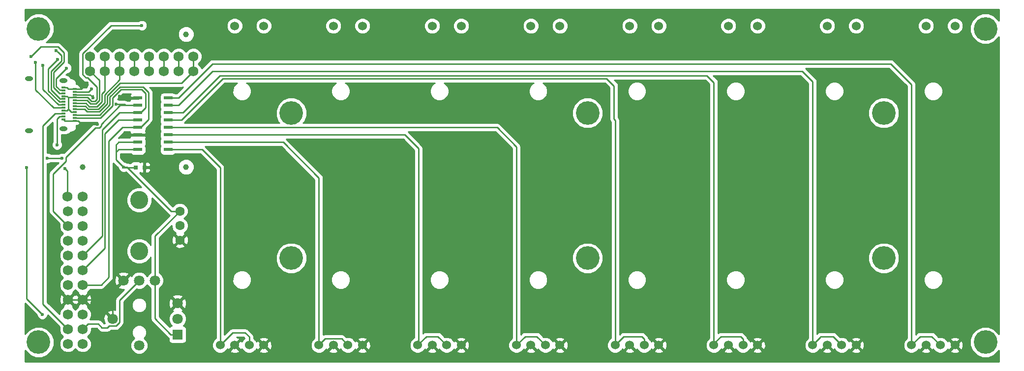
<source format=gbr>
G04 #@! TF.FileFunction,Copper,L1,Top,Signal*
%FSLAX46Y46*%
G04 Gerber Fmt 4.6, Leading zero omitted, Abs format (unit mm)*
G04 Created by KiCad (PCBNEW 4.0.4-stable) date 07/11/17 15:37:42*
%MOMM*%
%LPD*%
G01*
G04 APERTURE LIST*
%ADD10C,0.100000*%
%ADD11C,1.727200*%
%ADD12C,4.064000*%
%ADD13C,1.000000*%
%ADD14C,3.100000*%
%ADD15C,1.600000*%
%ADD16R,0.800000X0.750000*%
%ADD17R,1.500000X0.600000*%
%ADD18R,1.800000X1.800000*%
%ADD19C,1.800000*%
%ADD20C,1.524000*%
%ADD21R,0.700000X0.300000*%
%ADD22O,1.400000X0.800000*%
%ADD23C,0.600000*%
%ADD24C,0.250000*%
%ADD25C,0.254000*%
G04 APERTURE END LIST*
D10*
D11*
X10620000Y3725000D03*
X10620000Y6265000D03*
X10620000Y8805000D03*
D12*
X148500000Y18500000D03*
X97500000Y18500000D03*
X46500000Y18500000D03*
D13*
X10620000Y34205000D03*
X28400000Y34205000D03*
D12*
X148500000Y43500000D03*
X46500000Y43500000D03*
X97500000Y43500000D03*
D11*
X8080000Y3725000D03*
X8080000Y6265000D03*
X8080000Y8805000D03*
X8000000Y29125000D03*
D14*
X20320000Y19699800D03*
X20320000Y28488200D03*
D15*
X27330400Y21594000D03*
X27330400Y24094000D03*
X27330400Y26594000D03*
D11*
X8080000Y21505000D03*
X10620000Y21505000D03*
X8080000Y24045000D03*
X10620000Y24045000D03*
X8080000Y13885000D03*
X10620000Y13885000D03*
X8080000Y18965000D03*
X10620000Y18965000D03*
X8080000Y16425000D03*
X10620000Y16425000D03*
X8080000Y11345000D03*
X10620000Y11345000D03*
X8080000Y26585000D03*
X10620000Y26585000D03*
D12*
X166000000Y58000000D03*
D16*
X19750000Y34125000D03*
X21250000Y34125000D03*
D12*
X166000000Y4000000D03*
X3000000Y4000000D03*
X3000000Y58000000D03*
D17*
X20085000Y37180000D03*
X25285000Y37180000D03*
X20085000Y38450000D03*
X25285000Y38450000D03*
X20085000Y39720000D03*
X25285000Y39720000D03*
X20085000Y40990000D03*
X25285000Y40990000D03*
X20085000Y42260000D03*
X25285000Y42260000D03*
X20085000Y43530000D03*
X25285000Y43530000D03*
X20085000Y44800000D03*
X25285000Y44800000D03*
X20085000Y46070000D03*
X25285000Y46070000D03*
D18*
X26920000Y5331400D03*
D19*
X26920000Y8031400D03*
X26920000Y10706400D03*
X23020000Y14631400D03*
X20320000Y14631400D03*
X17620000Y14631400D03*
X15720000Y8031400D03*
X20320000Y3431400D03*
D11*
X10620000Y29125000D03*
D20*
X34250000Y3500000D03*
X39250000Y3500000D03*
X36750000Y3500000D03*
X41750000Y3500000D03*
X36750000Y58500000D03*
X41750000Y58500000D03*
X51250000Y3500000D03*
X56250000Y3500000D03*
X53750000Y3500000D03*
X58750000Y3500000D03*
X53750000Y58500000D03*
X58750000Y58500000D03*
X68250000Y3500000D03*
X73250000Y3500000D03*
X70750000Y3500000D03*
X75750000Y3500000D03*
X70750000Y58500000D03*
X75750000Y58500000D03*
X85250000Y3500000D03*
X90250000Y3500000D03*
X87750000Y3500000D03*
X92750000Y3500000D03*
X87750000Y58500000D03*
X92750000Y58500000D03*
X102250000Y3500000D03*
X107250000Y3500000D03*
X104750000Y3500000D03*
X109750000Y3500000D03*
X104750000Y58500000D03*
X109750000Y58500000D03*
X119250000Y3500000D03*
X124250000Y3500000D03*
X121750000Y3500000D03*
X126750000Y3500000D03*
X121750000Y58500000D03*
X126750000Y58500000D03*
X136250000Y3500000D03*
X141250000Y3500000D03*
X138750000Y3500000D03*
X143750000Y3500000D03*
X138750000Y58500000D03*
X143750000Y58500000D03*
X153250000Y3500000D03*
X158250000Y3500000D03*
X155750000Y3500000D03*
X160750000Y3500000D03*
X155750000Y58500000D03*
X160750000Y58500000D03*
D13*
X28400000Y57065000D03*
D21*
X9209000Y47655000D03*
X9209000Y47155000D03*
X9209000Y46655000D03*
X9209000Y46155000D03*
X9209000Y45655000D03*
X9209000Y45155000D03*
X9209000Y44655000D03*
X9209000Y44155000D03*
X9209000Y43655000D03*
X9209000Y43155000D03*
X9209000Y42655000D03*
X9209000Y42155000D03*
X7299000Y42405000D03*
X7299000Y42905000D03*
X7299000Y43405000D03*
X7299000Y43905000D03*
X7299000Y44405000D03*
X7299000Y44905000D03*
X7299000Y45405000D03*
X7299000Y45905000D03*
X7299000Y46405000D03*
X7299000Y46905000D03*
X7299000Y47405000D03*
X7299000Y47905000D03*
D22*
X1349000Y49395000D03*
X1349000Y40415000D03*
X7299000Y49035000D03*
X7299000Y40775000D03*
D11*
X29670000Y50715000D03*
X29670000Y53255000D03*
X11890000Y50715000D03*
X11890000Y53255000D03*
X14430000Y50715000D03*
X14430000Y53255000D03*
X16970000Y50715000D03*
X16970000Y53255000D03*
X19510000Y50715000D03*
X19510000Y53255000D03*
X22050000Y50715000D03*
X22050000Y53255000D03*
X24590000Y50715000D03*
X24590000Y53255000D03*
X27130000Y50715000D03*
X27130000Y53255000D03*
D23*
X11382000Y48683000D03*
X16970000Y46397000D03*
X13160000Y41571000D03*
X17986000Y39793000D03*
X20780000Y58589000D03*
X17605000Y34205000D03*
X12144000Y47667000D03*
X16348078Y44998235D03*
X7064000Y35728998D03*
X4524000Y35729000D03*
X7572000Y33951000D03*
X7826000Y51223000D03*
X1730000Y53255000D03*
X968000Y34078000D03*
X3635000Y8805000D03*
X6175000Y38015000D03*
X2492000Y52239000D03*
X3762000Y51731000D03*
X6302000Y52747000D03*
X6048000Y54271000D03*
X12398000Y46143000D03*
D24*
X9209000Y47655000D02*
X10354000Y47655000D01*
X11082001Y48383001D02*
X11382000Y48683000D01*
X10354000Y47655000D02*
X11082001Y48383001D01*
X17269999Y46097001D02*
X16970000Y46397000D01*
X17297000Y46070000D02*
X17269999Y46097001D01*
X20085000Y46070000D02*
X17297000Y46070000D01*
X15720000Y8031400D02*
X15720000Y12731400D01*
X15720000Y12731400D02*
X17620000Y14631400D01*
X10620000Y11345000D02*
X14333600Y11345000D01*
X14333600Y11345000D02*
X17620000Y14631400D01*
X8080000Y11345000D02*
X10620000Y11345000D01*
X10393000Y41571000D02*
X13160000Y41571000D01*
X9809000Y42155000D02*
X10393000Y41571000D01*
X9209000Y42155000D02*
X9809000Y42155000D01*
X7299000Y42405000D02*
X7549000Y42155000D01*
X7549000Y42155000D02*
X9209000Y42155000D01*
X22558000Y38523000D02*
X21361000Y39720000D01*
X21361000Y39720000D02*
X20085000Y39720000D01*
X22558000Y34783000D02*
X22558000Y38523000D01*
X21250000Y34125000D02*
X21900000Y34125000D01*
X21900000Y34125000D02*
X22558000Y34783000D01*
X20085000Y39720000D02*
X18059000Y39720000D01*
X18059000Y39720000D02*
X17986000Y39793000D01*
X7299000Y47905000D02*
X7899000Y47905000D01*
X7899000Y47905000D02*
X8149000Y47655000D01*
X8149000Y47655000D02*
X8609000Y47655000D01*
X8609000Y47655000D02*
X9209000Y47655000D01*
X13023002Y47967002D02*
X11428002Y49562002D01*
X11174002Y49562002D02*
X10620000Y50116004D01*
X11428002Y49562002D02*
X11174002Y49562002D01*
X9209000Y46155000D02*
X11460996Y46155000D01*
X10620000Y53744130D02*
X15464870Y58589000D01*
X12097998Y45517998D02*
X12698002Y45517998D01*
X12698002Y45517998D02*
X13023002Y45842998D01*
X15464870Y58589000D02*
X20355736Y58589000D01*
X20355736Y58589000D02*
X20780000Y58589000D01*
X13023002Y45842998D02*
X13023002Y47967002D01*
X11460996Y46155000D02*
X12097998Y45517998D01*
X10620000Y50116004D02*
X10620000Y53744130D01*
X7299000Y43905000D02*
X7909004Y43905000D01*
X7909004Y43905000D02*
X8134002Y44129998D01*
X8134002Y46155000D02*
X8134002Y44129998D01*
X8134002Y44129998D02*
X8609000Y43655000D01*
X8609000Y43655000D02*
X9209000Y43655000D01*
X9209000Y46155000D02*
X8134002Y46155000D01*
X8134002Y46155000D02*
X7884002Y46405000D01*
X7884002Y46405000D02*
X7299000Y46405000D01*
X17900000Y37180000D02*
X20085000Y37180000D01*
X17900000Y38450000D02*
X20085000Y38450000D01*
X23020000Y14631400D02*
X23020000Y8081400D01*
X23020000Y8081400D02*
X25770000Y5331400D01*
X25770000Y5331400D02*
X26920000Y5331400D01*
X27330400Y26594000D02*
X23020000Y22283600D01*
X23020000Y22283600D02*
X23020000Y14631400D01*
X17605000Y34205000D02*
X18240000Y34205000D01*
X18240000Y34205000D02*
X25851000Y26594000D01*
X25851000Y26594000D02*
X27330400Y26594000D01*
X19750000Y34125000D02*
X17685000Y34125000D01*
X17685000Y34125000D02*
X17605000Y34205000D01*
X16770000Y38450000D02*
X16335000Y38015000D01*
X16335000Y38015000D02*
X16335000Y36745000D01*
X17900000Y38450000D02*
X16770000Y38450000D01*
X16335000Y36745000D02*
X16770000Y37180000D01*
X16770000Y37180000D02*
X17900000Y37180000D01*
X16335000Y35475000D02*
X16335000Y36745000D01*
X17605000Y34205000D02*
X16335000Y35475000D01*
X10620000Y16425000D02*
X14430000Y20235000D01*
X14430000Y20235000D02*
X14430000Y39920000D01*
X14430000Y39920000D02*
X16770000Y42260000D01*
X16770000Y42260000D02*
X17900000Y42260000D01*
X17900000Y42260000D02*
X20085000Y42260000D01*
X21415000Y46903590D02*
X20778590Y47540000D01*
X9809000Y42655000D02*
X9209000Y42655000D01*
X15723068Y44724598D02*
X13653470Y42655000D01*
X20085000Y43530000D02*
X20535000Y43530000D01*
X21415000Y44410000D02*
X21415000Y46903590D01*
X20535000Y43530000D02*
X21415000Y44410000D01*
X20778590Y47540000D02*
X17187998Y47540000D01*
X15723068Y46075070D02*
X15723068Y44724598D01*
X13653470Y42655000D02*
X9809000Y42655000D01*
X17187998Y47540000D02*
X15723068Y46075070D01*
X10620000Y18965000D02*
X13979989Y22324989D01*
X13979989Y22324989D02*
X13979989Y40609989D01*
X13979989Y40609989D02*
X16900000Y43530000D01*
X16900000Y43530000D02*
X17900000Y43530000D01*
X17900000Y43530000D02*
X20085000Y43530000D01*
X25285000Y37180000D02*
X31140000Y37180000D01*
X38560000Y5630000D02*
X36380000Y5630000D01*
X36380000Y5630000D02*
X34250000Y3500000D01*
X39250000Y4940000D02*
X38560000Y5630000D01*
X39250000Y3500000D02*
X39250000Y4940000D01*
X31140000Y37180000D02*
X34250000Y34070000D01*
X34250000Y34070000D02*
X34250000Y4577630D01*
X34250000Y4577630D02*
X34250000Y3500000D01*
X25285000Y38450000D02*
X45110000Y38450000D01*
X51250000Y32310000D02*
X45110000Y38450000D01*
X51250000Y3500000D02*
X51250000Y32310000D01*
X56250000Y3500000D02*
X55162999Y4587001D01*
X55162999Y4587001D02*
X52337001Y4587001D01*
X52337001Y4587001D02*
X52011999Y4261999D01*
X52011999Y4261999D02*
X51250000Y3500000D01*
X68250000Y3500000D02*
X68405000Y3655000D01*
X68405000Y3655000D02*
X68405000Y37380000D01*
X68405000Y37380000D02*
X66065000Y39720000D01*
X66065000Y39720000D02*
X25285000Y39720000D01*
X71755000Y4995000D02*
X69745000Y4995000D01*
X69745000Y4995000D02*
X68250000Y3500000D01*
X73250000Y3500000D02*
X71755000Y4995000D01*
X90250000Y3500000D02*
X88755000Y4995000D01*
X88755000Y4995000D02*
X86745000Y4995000D01*
X86745000Y4995000D02*
X85250000Y3500000D01*
X85250000Y37680000D02*
X81940000Y40990000D01*
X81940000Y40990000D02*
X74320000Y40990000D01*
X85250000Y3500000D02*
X85250000Y37680000D01*
X25285000Y40990000D02*
X74320000Y40990000D01*
X106832630Y4995000D02*
X103745000Y4995000D01*
X103745000Y4995000D02*
X102250000Y3500000D01*
X107250000Y3500000D02*
X107250000Y4577630D01*
X107250000Y4577630D02*
X106832630Y4995000D01*
X102250000Y3500000D02*
X102250000Y42238362D01*
X102250000Y42238362D02*
X102060000Y42428362D01*
X34750000Y49445000D02*
X27565000Y42260000D01*
X102060000Y42428362D02*
X102060000Y48175000D01*
X102060000Y48175000D02*
X100790000Y49445000D01*
X100790000Y49445000D02*
X34750000Y49445000D01*
X27565000Y42260000D02*
X25285000Y42260000D01*
X124250000Y3500000D02*
X124250000Y4577630D01*
X120475000Y4995000D02*
X119250000Y3770000D01*
X124250000Y4577630D02*
X123832630Y4995000D01*
X123832630Y4995000D02*
X120475000Y4995000D01*
X119250000Y3770000D02*
X119250000Y3500000D01*
X25285000Y43530000D02*
X27819000Y43530000D01*
X27819000Y43530000D02*
X34242000Y49953000D01*
X34242000Y49953000D02*
X118062000Y49953000D01*
X118062000Y49953000D02*
X119250000Y48765000D01*
X119250000Y48765000D02*
X119250000Y3500000D01*
X137620000Y4995000D02*
X137620000Y4870000D01*
X137620000Y4870000D02*
X136250000Y3500000D01*
X139755000Y4995000D02*
X137620000Y4995000D01*
X141250000Y3500000D02*
X139755000Y4995000D01*
X136250000Y3500000D02*
X136250000Y48910000D01*
X136250000Y48910000D02*
X134445000Y50715000D01*
X134445000Y50715000D02*
X32972000Y50715000D01*
X32972000Y50715000D02*
X27057000Y44800000D01*
X27057000Y44800000D02*
X25285000Y44800000D01*
X158250000Y3500000D02*
X156755000Y4995000D01*
X156755000Y4995000D02*
X154745000Y4995000D01*
X154745000Y4995000D02*
X153250000Y3500000D01*
X153250000Y3500000D02*
X153250000Y48420000D01*
X27057000Y46070000D02*
X25285000Y46070000D01*
X153250000Y48420000D02*
X149685000Y51985000D01*
X149685000Y51985000D02*
X32972000Y51985000D01*
X32972000Y51985000D02*
X27057000Y46070000D01*
X13517059Y43155000D02*
X9809000Y43155000D01*
X9809000Y43155000D02*
X9209000Y43155000D01*
X20085000Y40990000D02*
X20535000Y40990000D01*
X20535000Y40990000D02*
X21920000Y42375000D01*
X21865011Y47089990D02*
X20964990Y47990011D01*
X21920000Y47035000D02*
X21865011Y47089990D01*
X21920000Y42375000D02*
X21920000Y47035000D01*
X15273057Y46261471D02*
X15273057Y44910998D01*
X15273057Y44910998D02*
X13517059Y43155000D01*
X17001598Y47990011D02*
X15273057Y46261471D01*
X20964990Y47990011D02*
X17001598Y47990011D01*
X17900000Y40990000D02*
X20085000Y40990000D01*
X15110000Y15200000D02*
X13795000Y13885000D01*
X13795000Y13885000D02*
X10620000Y13885000D01*
X15110000Y38650000D02*
X15110000Y15200000D01*
X17900000Y40990000D02*
X17450000Y40990000D01*
X17450000Y40990000D02*
X15110000Y38650000D01*
X17028233Y44800000D02*
X17986000Y44800000D01*
X13785002Y41556769D02*
X17028233Y44800000D01*
X13785002Y41270998D02*
X13785002Y41556769D01*
X13460002Y40945998D02*
X13785002Y41270998D01*
X12756396Y40945998D02*
X13460002Y40945998D01*
X7689002Y35878604D02*
X12756396Y40945998D01*
X7689002Y35174998D02*
X7689002Y35878604D01*
X5540000Y33025996D02*
X7689002Y35174998D01*
X5540000Y26585000D02*
X5540000Y33025996D01*
X8080000Y24045000D02*
X5540000Y26585000D01*
X11844001Y47367001D02*
X12144000Y47667000D01*
X9209000Y47155000D02*
X11632000Y47155000D01*
X11632000Y47155000D02*
X11844001Y47367001D01*
X17986000Y44800000D02*
X17787765Y44998235D01*
X17787765Y44998235D02*
X16772342Y44998235D01*
X16772342Y44998235D02*
X16348078Y44998235D01*
X17986000Y44800000D02*
X19085000Y44800000D01*
X19085000Y44800000D02*
X20085000Y44800000D01*
X7063998Y35729000D02*
X7064000Y35728998D01*
X4524000Y35729000D02*
X7063998Y35729000D01*
X7572000Y33951000D02*
X8000000Y33523000D01*
X8000000Y33523000D02*
X8000000Y29125000D01*
X6048000Y49445000D02*
X7826000Y51223000D01*
X6048000Y48070998D02*
X6048000Y49445000D01*
X7299000Y47429999D02*
X6688999Y47429999D01*
X7299000Y47405000D02*
X7299000Y47429999D01*
X6688999Y47429999D02*
X6048000Y48070998D01*
X3335001Y9104999D02*
X3635000Y8805000D01*
X968000Y11472000D02*
X3335001Y9104999D01*
X968000Y34078000D02*
X968000Y11472000D01*
X7377012Y52260599D02*
X7377012Y53866990D01*
X2029999Y53554999D02*
X1730000Y53255000D01*
X3371001Y54896001D02*
X2029999Y53554999D01*
X7299000Y46905000D02*
X6577587Y46905000D01*
X5597989Y50481576D02*
X7377012Y52260599D01*
X7377012Y53866990D02*
X6348001Y54896001D01*
X5597989Y47884598D02*
X5597989Y50481576D01*
X6348001Y54896001D02*
X3371001Y54896001D01*
X6577587Y46905000D02*
X5597989Y47884598D01*
X7299000Y43405000D02*
X5850000Y43405000D01*
X3762000Y41317000D02*
X3762000Y10583000D01*
X5850000Y43405000D02*
X3762000Y41317000D01*
X3762000Y10583000D02*
X8080000Y6265000D01*
X20320000Y14631400D02*
X16945001Y11256401D01*
X13922000Y6519000D02*
X13312401Y7128599D01*
X16945001Y11256401D02*
X16945001Y7443399D01*
X16945001Y7443399D02*
X16308001Y6806399D01*
X14844600Y6519000D02*
X13922000Y6519000D01*
X16308001Y6806399D02*
X15131999Y6806399D01*
X15131999Y6806399D02*
X14844600Y6519000D01*
X13312401Y7128599D02*
X11483599Y7128599D01*
X11483599Y7128599D02*
X10620000Y6265000D01*
X14823046Y46447870D02*
X17058176Y48683000D01*
X27638000Y48683000D02*
X28806401Y49851401D01*
X17058176Y48683000D02*
X27638000Y48683000D01*
X11352398Y43717954D02*
X13443602Y43717954D01*
X28806401Y49851401D02*
X29670000Y50715000D01*
X13443602Y43717954D02*
X14823046Y45097398D01*
X14823046Y45097398D02*
X14823046Y46447870D01*
X9209000Y44155000D02*
X10915352Y44155000D01*
X10915352Y44155000D02*
X11352398Y43717954D01*
X29670000Y50715000D02*
X29670000Y53255000D01*
X6175000Y42460000D02*
X6175000Y38015000D01*
X6620000Y42905000D02*
X6175000Y42460000D01*
X7299000Y42905000D02*
X6620000Y42905000D01*
X13473013Y49131987D02*
X13473013Y45656598D01*
X9809000Y45655000D02*
X9209000Y45655000D01*
X12884402Y45067987D02*
X11911598Y45067987D01*
X11324585Y45655000D02*
X9809000Y45655000D01*
X11890000Y50715000D02*
X13473013Y49131987D01*
X13473013Y45656598D02*
X12884402Y45067987D01*
X11911598Y45067987D02*
X11324585Y45655000D01*
X11890000Y50715000D02*
X11890000Y53255000D01*
X9809000Y45155000D02*
X9209000Y45155000D01*
X13070802Y44617976D02*
X11725198Y44617976D01*
X11725198Y44617976D02*
X11188174Y45155000D01*
X13923024Y45470198D02*
X13070802Y44617976D01*
X14430000Y50715000D02*
X14430000Y47327646D01*
X14430000Y47327646D02*
X13923024Y46820670D01*
X13923024Y46820670D02*
X13923024Y45470198D01*
X11188174Y45155000D02*
X9809000Y45155000D01*
X14430000Y50715000D02*
X14430000Y53255000D01*
X13257202Y44167965D02*
X11538798Y44167965D01*
X14373035Y46634270D02*
X14373035Y45283798D01*
X14373035Y45283798D02*
X13257202Y44167965D01*
X11538798Y44167965D02*
X11051763Y44655000D01*
X16970000Y49231235D02*
X14373035Y46634270D01*
X11051763Y44655000D02*
X9809000Y44655000D01*
X16970000Y50715000D02*
X16970000Y49231235D01*
X9809000Y44655000D02*
X9209000Y44655000D01*
X16970000Y50715000D02*
X16970000Y53255000D01*
X5580000Y44405000D02*
X2492000Y47493000D01*
X2492000Y47493000D02*
X2492000Y51814736D01*
X7299000Y44405000D02*
X5580000Y44405000D01*
X2492000Y51814736D02*
X2492000Y52239000D01*
X27130000Y50715000D02*
X27130000Y53255000D01*
X3762000Y47584176D02*
X3762000Y51306736D01*
X3762000Y51306736D02*
X3762000Y51731000D01*
X7299000Y44905000D02*
X6441176Y44905000D01*
X6441176Y44905000D02*
X3762000Y47584176D01*
X24590000Y50715000D02*
X24590000Y53255000D01*
X4697967Y51142967D02*
X6002001Y52447001D01*
X4697967Y47284620D02*
X4697967Y51142967D01*
X7299000Y45405000D02*
X6577587Y45405000D01*
X6002001Y52447001D02*
X6302000Y52747000D01*
X6577587Y45405000D02*
X4697967Y47284620D01*
X22050000Y50715000D02*
X22050000Y53255000D01*
X7299000Y45905000D02*
X6713998Y45905000D01*
X6927001Y53391999D02*
X6347999Y53971001D01*
X5147978Y50667976D02*
X6927001Y52446999D01*
X6347999Y53971001D02*
X6048000Y54271000D01*
X6927001Y52446999D02*
X6927001Y53391999D01*
X5147978Y47471020D02*
X5147978Y50667976D01*
X6713998Y45905000D02*
X5147978Y47471020D01*
X19510000Y53255000D02*
X19510000Y52033686D01*
X19510000Y52033686D02*
X19510000Y50715000D01*
X11886000Y46655000D02*
X12098001Y46442999D01*
X9209000Y46655000D02*
X11886000Y46655000D01*
X12398000Y46567264D02*
X12398000Y46143000D01*
X12098001Y46442999D02*
X12398000Y46143000D01*
D25*
G36*
X168315000Y59381195D02*
X168262291Y59508761D01*
X167512707Y60259655D01*
X166532827Y60666536D01*
X165471828Y60667462D01*
X164491239Y60262291D01*
X163740345Y59512707D01*
X163333464Y58532827D01*
X163332538Y57471828D01*
X163737709Y56491239D01*
X164487293Y55740345D01*
X165467173Y55333464D01*
X166528172Y55332538D01*
X167508761Y55737709D01*
X168259655Y56487293D01*
X168315000Y56620579D01*
X168315000Y5381195D01*
X168262291Y5508761D01*
X167512707Y6259655D01*
X166532827Y6666536D01*
X165471828Y6667462D01*
X164491239Y6262291D01*
X163740345Y5512707D01*
X163333464Y4532827D01*
X163332538Y3471828D01*
X163737709Y2491239D01*
X164487293Y1740345D01*
X165467173Y1333464D01*
X166528172Y1332538D01*
X167508761Y1737709D01*
X168259655Y2487293D01*
X168315000Y2620579D01*
X168315000Y685000D01*
X685000Y685000D01*
X685000Y2618805D01*
X737709Y2491239D01*
X1487293Y1740345D01*
X2467173Y1333464D01*
X3528172Y1332538D01*
X4508761Y1737709D01*
X5259655Y2487293D01*
X5666536Y3467173D01*
X5667462Y4528172D01*
X5262291Y5508761D01*
X4512707Y6259655D01*
X3532827Y6666536D01*
X2471828Y6667462D01*
X1491239Y6262291D01*
X740345Y5512707D01*
X685000Y5379421D01*
X685000Y10680198D01*
X2699878Y8665320D01*
X2699838Y8619833D01*
X2841883Y8276057D01*
X3104673Y8012808D01*
X3448201Y7870162D01*
X3820167Y7869838D01*
X4163943Y8011883D01*
X4427192Y8274673D01*
X4569838Y8618201D01*
X4569910Y8700288D01*
X6618084Y6652114D01*
X6581661Y6564398D01*
X6581141Y5968218D01*
X6808808Y5417220D01*
X7230003Y4995290D01*
X7230931Y4994905D01*
X6810290Y4574997D01*
X6581661Y4024398D01*
X6581141Y3428218D01*
X6808808Y2877220D01*
X7230003Y2455290D01*
X7780602Y2226661D01*
X8376782Y2226141D01*
X8927780Y2453808D01*
X9349710Y2875003D01*
X9350095Y2875931D01*
X9770003Y2455290D01*
X10320602Y2226661D01*
X10916782Y2226141D01*
X11467780Y2453808D01*
X11889710Y2875003D01*
X11994518Y3127409D01*
X18784735Y3127409D01*
X19017932Y2563029D01*
X19449357Y2130849D01*
X20013330Y1896667D01*
X20623991Y1896135D01*
X21188371Y2129332D01*
X21620551Y2560757D01*
X21854733Y3124730D01*
X21855265Y3735391D01*
X21622068Y4299771D01*
X21190643Y4731951D01*
X21188596Y4732801D01*
X21408735Y4952555D01*
X21604777Y5424676D01*
X21605223Y5935881D01*
X21410005Y6408343D01*
X21048845Y6770135D01*
X20576724Y6966177D01*
X20065519Y6966623D01*
X19593057Y6771405D01*
X19231265Y6410245D01*
X19035223Y5938124D01*
X19034777Y5426919D01*
X19229995Y4954457D01*
X19451113Y4732952D01*
X19019449Y4302043D01*
X18785267Y3738070D01*
X18784735Y3127409D01*
X11994518Y3127409D01*
X12118339Y3425602D01*
X12118859Y4021782D01*
X11891192Y4572780D01*
X11469997Y4994710D01*
X11469069Y4995095D01*
X11889710Y5415003D01*
X12118339Y5965602D01*
X12118691Y6368599D01*
X12997599Y6368599D01*
X13384599Y5981599D01*
X13631160Y5816852D01*
X13922000Y5759000D01*
X14844600Y5759000D01*
X15135439Y5816852D01*
X15382001Y5981599D01*
X15446801Y6046399D01*
X16308001Y6046399D01*
X16598840Y6104251D01*
X16845402Y6268998D01*
X17482402Y6905998D01*
X17647149Y7152560D01*
X17705001Y7443399D01*
X17705001Y10126919D01*
X19034777Y10126919D01*
X19229995Y9654457D01*
X19591155Y9292665D01*
X20063276Y9096623D01*
X20574481Y9096177D01*
X21046943Y9291395D01*
X21408735Y9652555D01*
X21604777Y10124676D01*
X21605223Y10635881D01*
X21410005Y11108343D01*
X21048845Y11470135D01*
X20576724Y11666177D01*
X20065519Y11666623D01*
X19593057Y11471405D01*
X19231265Y11110245D01*
X19035223Y10638124D01*
X19034777Y10126919D01*
X17705001Y10126919D01*
X17705001Y10941599D01*
X19905036Y13141634D01*
X20013330Y13096667D01*
X20623991Y13096135D01*
X21188371Y13329332D01*
X21620551Y13760757D01*
X21669832Y13879439D01*
X21717932Y13763029D01*
X22149357Y13330849D01*
X22260000Y13284906D01*
X22260000Y8081400D01*
X22317852Y7790561D01*
X22482599Y7543999D01*
X25232599Y4793999D01*
X25372560Y4700480D01*
X25372560Y4431400D01*
X25416838Y4196083D01*
X25555910Y3979959D01*
X25768110Y3834969D01*
X26020000Y3783960D01*
X27820000Y3783960D01*
X28055317Y3828238D01*
X28271441Y3967310D01*
X28416431Y4179510D01*
X28467440Y4431400D01*
X28467440Y6231400D01*
X28423162Y6466717D01*
X28284090Y6682841D01*
X28071890Y6827831D01*
X27918216Y6858951D01*
X28220551Y7160757D01*
X28454733Y7724730D01*
X28455265Y8335391D01*
X28222068Y8899771D01*
X27790643Y9331951D01*
X27716851Y9362592D01*
X27734148Y9369757D01*
X27820554Y9626241D01*
X26920000Y10526795D01*
X26019446Y9626241D01*
X26105852Y9369757D01*
X26123674Y9363237D01*
X26051629Y9333468D01*
X25619449Y8902043D01*
X25385267Y8338070D01*
X25384735Y7727409D01*
X25617932Y7163029D01*
X25920343Y6860088D01*
X25784683Y6834562D01*
X25568559Y6695490D01*
X25532900Y6643302D01*
X23780000Y8396202D01*
X23780000Y10947064D01*
X25373542Y10947064D01*
X25399161Y10336940D01*
X25583357Y9892252D01*
X25839841Y9805846D01*
X26740395Y10706400D01*
X27099605Y10706400D01*
X28000159Y9805846D01*
X28256643Y9892252D01*
X28466458Y10465736D01*
X28440839Y11075860D01*
X28256643Y11520548D01*
X28000159Y11606954D01*
X27099605Y10706400D01*
X26740395Y10706400D01*
X25839841Y11606954D01*
X25583357Y11520548D01*
X25373542Y10947064D01*
X23780000Y10947064D01*
X23780000Y11786559D01*
X26019446Y11786559D01*
X26920000Y10886005D01*
X27820554Y11786559D01*
X27734148Y12043043D01*
X27160664Y12252858D01*
X26550540Y12227239D01*
X26105852Y12043043D01*
X26019446Y11786559D01*
X23780000Y11786559D01*
X23780000Y13284554D01*
X23888371Y13329332D01*
X24320551Y13760757D01*
X24554733Y14324730D01*
X24555265Y14935391D01*
X24322068Y15499771D01*
X23890643Y15931951D01*
X23780000Y15977894D01*
X23780000Y20586255D01*
X26502261Y20586255D01*
X26576395Y20340136D01*
X27113623Y20147035D01*
X27683854Y20174222D01*
X28084405Y20340136D01*
X28158539Y20586255D01*
X27330400Y21414395D01*
X26502261Y20586255D01*
X23780000Y20586255D01*
X23780000Y21810777D01*
X25883435Y21810777D01*
X25910622Y21240546D01*
X26076536Y20839995D01*
X26322655Y20765861D01*
X27150795Y21594000D01*
X27510005Y21594000D01*
X28338145Y20765861D01*
X28584264Y20839995D01*
X28777365Y21377223D01*
X28750178Y21947454D01*
X28584264Y22348005D01*
X28338145Y22422139D01*
X27510005Y21594000D01*
X27150795Y21594000D01*
X26322655Y22422139D01*
X26076536Y22348005D01*
X25883435Y21810777D01*
X23780000Y21810777D01*
X23780000Y21968798D01*
X25895391Y24084189D01*
X25895152Y23809813D01*
X26113157Y23282200D01*
X26516477Y22878176D01*
X26582944Y22850577D01*
X26576395Y22847864D01*
X26502261Y22601745D01*
X27330400Y21773605D01*
X28158539Y22601745D01*
X28084405Y22847864D01*
X28077917Y22850196D01*
X28142200Y22876757D01*
X28546224Y23280077D01*
X28765150Y23807309D01*
X28765648Y24378187D01*
X28547643Y24905800D01*
X28144323Y25309824D01*
X28062469Y25343813D01*
X28142200Y25376757D01*
X28546224Y25780077D01*
X28765150Y26307309D01*
X28765648Y26878187D01*
X28547643Y27405800D01*
X28144323Y27809824D01*
X27617091Y28028750D01*
X27046213Y28029248D01*
X26518600Y27811243D01*
X26114576Y27407923D01*
X26113785Y27406017D01*
X20374920Y33144882D01*
X20385317Y33146838D01*
X20488646Y33213329D01*
X20490302Y33211673D01*
X20723691Y33115000D01*
X20964250Y33115000D01*
X21123000Y33273750D01*
X21123000Y33998000D01*
X21377000Y33998000D01*
X21377000Y33273750D01*
X21535750Y33115000D01*
X21776309Y33115000D01*
X22009698Y33211673D01*
X22188327Y33390301D01*
X22285000Y33623690D01*
X22285000Y33839250D01*
X22195911Y33928339D01*
X27002758Y33928339D01*
X27214990Y33414697D01*
X27607630Y33021371D01*
X28120900Y32808243D01*
X28676661Y32807758D01*
X29190303Y33019990D01*
X29583629Y33412630D01*
X29796757Y33925900D01*
X29797242Y34481661D01*
X29585010Y34995303D01*
X29192370Y35388629D01*
X28679100Y35601757D01*
X28123339Y35602242D01*
X27609697Y35390010D01*
X27216371Y34997370D01*
X27003243Y34484100D01*
X27002758Y33928339D01*
X22195911Y33928339D01*
X22126250Y33998000D01*
X21377000Y33998000D01*
X21123000Y33998000D01*
X21103000Y33998000D01*
X21103000Y34252000D01*
X21123000Y34252000D01*
X21123000Y34976250D01*
X21377000Y34976250D01*
X21377000Y34252000D01*
X22126250Y34252000D01*
X22285000Y34410750D01*
X22285000Y34626310D01*
X22188327Y34859699D01*
X22009698Y35038327D01*
X21776309Y35135000D01*
X21535750Y35135000D01*
X21377000Y34976250D01*
X21123000Y34976250D01*
X20964250Y35135000D01*
X20723691Y35135000D01*
X20490302Y35038327D01*
X20488932Y35036957D01*
X20401890Y35096431D01*
X20150000Y35147440D01*
X19350000Y35147440D01*
X19114683Y35103162D01*
X18898559Y34964090D01*
X18844519Y34885000D01*
X18563986Y34885000D01*
X18530839Y34907148D01*
X18240000Y34965000D01*
X18167463Y34965000D01*
X18135327Y34997192D01*
X17791799Y35139838D01*
X17744923Y35139879D01*
X17095000Y35789802D01*
X17095000Y36420000D01*
X18883437Y36420000D01*
X19083110Y36283569D01*
X19335000Y36232560D01*
X20835000Y36232560D01*
X21070317Y36276838D01*
X21286441Y36415910D01*
X21431431Y36628110D01*
X21482440Y36880000D01*
X21482440Y37480000D01*
X21438162Y37715317D01*
X21374322Y37814528D01*
X21431431Y37898110D01*
X21482440Y38150000D01*
X21482440Y38750000D01*
X21438162Y38985317D01*
X21379821Y39075981D01*
X21470000Y39293691D01*
X21470000Y39434250D01*
X21311250Y39593000D01*
X20212000Y39593000D01*
X20212000Y39573000D01*
X19958000Y39573000D01*
X19958000Y39593000D01*
X18858750Y39593000D01*
X18700000Y39434250D01*
X18700000Y39293691D01*
X18734666Y39210000D01*
X16770000Y39210000D01*
X16738545Y39203743D01*
X17764802Y40230000D01*
X18734666Y40230000D01*
X18700000Y40146309D01*
X18700000Y40005750D01*
X18858750Y39847000D01*
X19958000Y39847000D01*
X19958000Y39867000D01*
X20212000Y39867000D01*
X20212000Y39847000D01*
X21311250Y39847000D01*
X21470000Y40005750D01*
X21470000Y40146309D01*
X21380193Y40363121D01*
X21431431Y40438110D01*
X21482440Y40690000D01*
X21482440Y40862638D01*
X22457401Y41837599D01*
X22622148Y42084161D01*
X22680000Y42375000D01*
X22680000Y47035000D01*
X22652814Y47171671D01*
X22622151Y47325833D01*
X22622148Y47325837D01*
X22622148Y47325839D01*
X22541967Y47445839D01*
X22457406Y47572396D01*
X22402417Y47627386D01*
X22402414Y47627388D01*
X22402412Y47627391D01*
X22106803Y47923000D01*
X27638000Y47923000D01*
X27884163Y47971965D01*
X26742198Y46830000D01*
X26486563Y46830000D01*
X26286890Y46966431D01*
X26035000Y47017440D01*
X24535000Y47017440D01*
X24299683Y46973162D01*
X24083559Y46834090D01*
X23938569Y46621890D01*
X23887560Y46370000D01*
X23887560Y45770000D01*
X23931838Y45534683D01*
X23995678Y45435472D01*
X23938569Y45351890D01*
X23887560Y45100000D01*
X23887560Y44500000D01*
X23931838Y44264683D01*
X23995678Y44165472D01*
X23938569Y44081890D01*
X23887560Y43830000D01*
X23887560Y43230000D01*
X23931838Y42994683D01*
X23995678Y42895472D01*
X23938569Y42811890D01*
X23887560Y42560000D01*
X23887560Y41960000D01*
X23931838Y41724683D01*
X23995678Y41625472D01*
X23938569Y41541890D01*
X23887560Y41290000D01*
X23887560Y40690000D01*
X23931838Y40454683D01*
X23995678Y40355472D01*
X23938569Y40271890D01*
X23887560Y40020000D01*
X23887560Y39420000D01*
X23931838Y39184683D01*
X23995678Y39085472D01*
X23938569Y39001890D01*
X23887560Y38750000D01*
X23887560Y38150000D01*
X23931838Y37914683D01*
X23995678Y37815472D01*
X23938569Y37731890D01*
X23887560Y37480000D01*
X23887560Y36880000D01*
X23931838Y36644683D01*
X24070910Y36428559D01*
X24283110Y36283569D01*
X24535000Y36232560D01*
X26035000Y36232560D01*
X26270317Y36276838D01*
X26486441Y36415910D01*
X26489236Y36420000D01*
X30825198Y36420000D01*
X33490000Y33755198D01*
X33490000Y4697531D01*
X33459697Y4685010D01*
X33066371Y4292370D01*
X32853243Y3779100D01*
X32852758Y3223339D01*
X33064990Y2709697D01*
X33457630Y2316371D01*
X33970900Y2103243D01*
X34526661Y2102758D01*
X35040303Y2314990D01*
X35245457Y2519787D01*
X35949392Y2519787D01*
X36018857Y2277603D01*
X36542302Y2090856D01*
X37097368Y2118638D01*
X37481143Y2277603D01*
X37550608Y2519787D01*
X36750000Y3320395D01*
X35949392Y2519787D01*
X35245457Y2519787D01*
X35433629Y2707630D01*
X35493370Y2851503D01*
X35527603Y2768857D01*
X35769787Y2699392D01*
X36570395Y3500000D01*
X36556253Y3514143D01*
X36735858Y3693748D01*
X36750000Y3679605D01*
X37550608Y4480213D01*
X37481143Y4722397D01*
X37067417Y4870000D01*
X38245198Y4870000D01*
X38444930Y4670268D01*
X38066371Y4292370D01*
X38006630Y4148497D01*
X37972397Y4231143D01*
X37730213Y4300608D01*
X36929605Y3500000D01*
X37730213Y2699392D01*
X37972397Y2768857D01*
X38003974Y2857367D01*
X38064990Y2709697D01*
X38457630Y2316371D01*
X38970900Y2103243D01*
X39526661Y2102758D01*
X40040303Y2314990D01*
X40245457Y2519787D01*
X40949392Y2519787D01*
X41018857Y2277603D01*
X41542302Y2090856D01*
X42097368Y2118638D01*
X42481143Y2277603D01*
X42550608Y2519787D01*
X41750000Y3320395D01*
X40949392Y2519787D01*
X40245457Y2519787D01*
X40433629Y2707630D01*
X40493370Y2851503D01*
X40527603Y2768857D01*
X40769787Y2699392D01*
X41570395Y3500000D01*
X41929605Y3500000D01*
X42730213Y2699392D01*
X42972397Y2768857D01*
X43159144Y3292302D01*
X43131362Y3847368D01*
X42972397Y4231143D01*
X42730213Y4300608D01*
X41929605Y3500000D01*
X41570395Y3500000D01*
X40769787Y4300608D01*
X40527603Y4231143D01*
X40496026Y4142633D01*
X40435010Y4290303D01*
X40245432Y4480213D01*
X40949392Y4480213D01*
X41750000Y3679605D01*
X42550608Y4480213D01*
X42481143Y4722397D01*
X41957698Y4909144D01*
X41402632Y4881362D01*
X41018857Y4722397D01*
X40949392Y4480213D01*
X40245432Y4480213D01*
X40042370Y4683629D01*
X40010000Y4697070D01*
X40010000Y4940000D01*
X39953640Y5223339D01*
X39952148Y5230840D01*
X39787401Y5477401D01*
X39097401Y6167401D01*
X38850839Y6332148D01*
X38560000Y6390000D01*
X36380000Y6390000D01*
X36089161Y6332148D01*
X35842599Y6167401D01*
X35010000Y5334802D01*
X35010000Y14426205D01*
X36364716Y14426205D01*
X36613106Y13825057D01*
X37072637Y13364722D01*
X37673352Y13115284D01*
X38323795Y13114716D01*
X38924943Y13363106D01*
X39385278Y13822637D01*
X39634716Y14423352D01*
X39635284Y15073795D01*
X39386894Y15674943D01*
X38927363Y16135278D01*
X38326648Y16384716D01*
X37676205Y16385284D01*
X37075057Y16136894D01*
X36614722Y15677363D01*
X36365284Y15076648D01*
X36364716Y14426205D01*
X35010000Y14426205D01*
X35010000Y17971828D01*
X43832538Y17971828D01*
X44237709Y16991239D01*
X44987293Y16240345D01*
X45967173Y15833464D01*
X47028172Y15832538D01*
X48008761Y16237709D01*
X48759655Y16987293D01*
X49166536Y17967173D01*
X49167462Y19028172D01*
X48762291Y20008761D01*
X48012707Y20759655D01*
X47032827Y21166536D01*
X45971828Y21167462D01*
X44991239Y20762291D01*
X44240345Y20012707D01*
X43833464Y19032827D01*
X43832538Y17971828D01*
X35010000Y17971828D01*
X35010000Y34070000D01*
X34952148Y34360839D01*
X34952148Y34360840D01*
X34787401Y34607401D01*
X31704802Y37690000D01*
X44795198Y37690000D01*
X50490000Y31995198D01*
X50490000Y4697531D01*
X50459697Y4685010D01*
X50066371Y4292370D01*
X49853243Y3779100D01*
X49852758Y3223339D01*
X50064990Y2709697D01*
X50457630Y2316371D01*
X50970900Y2103243D01*
X51526661Y2102758D01*
X52040303Y2314990D01*
X52245457Y2519787D01*
X52949392Y2519787D01*
X53018857Y2277603D01*
X53542302Y2090856D01*
X54097368Y2118638D01*
X54481143Y2277603D01*
X54550608Y2519787D01*
X53750000Y3320395D01*
X52949392Y2519787D01*
X52245457Y2519787D01*
X52433629Y2707630D01*
X52493370Y2851503D01*
X52527603Y2768857D01*
X52769787Y2699392D01*
X53570395Y3500000D01*
X53556253Y3514143D01*
X53735858Y3693748D01*
X53750000Y3679605D01*
X53764143Y3693748D01*
X53943748Y3514143D01*
X53929605Y3500000D01*
X54730213Y2699392D01*
X54972397Y2768857D01*
X55003974Y2857367D01*
X55064990Y2709697D01*
X55457630Y2316371D01*
X55970900Y2103243D01*
X56526661Y2102758D01*
X57040303Y2314990D01*
X57245457Y2519787D01*
X57949392Y2519787D01*
X58018857Y2277603D01*
X58542302Y2090856D01*
X59097368Y2118638D01*
X59481143Y2277603D01*
X59550608Y2519787D01*
X58750000Y3320395D01*
X57949392Y2519787D01*
X57245457Y2519787D01*
X57433629Y2707630D01*
X57493370Y2851503D01*
X57527603Y2768857D01*
X57769787Y2699392D01*
X58570395Y3500000D01*
X58929605Y3500000D01*
X59730213Y2699392D01*
X59972397Y2768857D01*
X60159144Y3292302D01*
X60131362Y3847368D01*
X59972397Y4231143D01*
X59730213Y4300608D01*
X58929605Y3500000D01*
X58570395Y3500000D01*
X57769787Y4300608D01*
X57527603Y4231143D01*
X57496026Y4142633D01*
X57435010Y4290303D01*
X57245432Y4480213D01*
X57949392Y4480213D01*
X58750000Y3679605D01*
X59550608Y4480213D01*
X59481143Y4722397D01*
X58957698Y4909144D01*
X58402632Y4881362D01*
X58018857Y4722397D01*
X57949392Y4480213D01*
X57245432Y4480213D01*
X57042370Y4683629D01*
X56529100Y4896757D01*
X55973339Y4897242D01*
X55940945Y4883857D01*
X55700400Y5124402D01*
X55453838Y5289149D01*
X55162999Y5347001D01*
X52337001Y5347001D01*
X52046161Y5289149D01*
X52010000Y5264987D01*
X52010000Y14426205D01*
X53364716Y14426205D01*
X53613106Y13825057D01*
X54072637Y13364722D01*
X54673352Y13115284D01*
X55323795Y13114716D01*
X55924943Y13363106D01*
X56385278Y13822637D01*
X56634716Y14423352D01*
X56635284Y15073795D01*
X56386894Y15674943D01*
X55927363Y16135278D01*
X55326648Y16384716D01*
X54676205Y16385284D01*
X54075057Y16136894D01*
X53614722Y15677363D01*
X53365284Y15076648D01*
X53364716Y14426205D01*
X52010000Y14426205D01*
X52010000Y32310000D01*
X51952148Y32600839D01*
X51952148Y32600840D01*
X51787401Y32847401D01*
X45674802Y38960000D01*
X65750198Y38960000D01*
X67645000Y37065198D01*
X67645000Y4761575D01*
X67459697Y4685010D01*
X67066371Y4292370D01*
X66853243Y3779100D01*
X66852758Y3223339D01*
X67064990Y2709697D01*
X67457630Y2316371D01*
X67970900Y2103243D01*
X68526661Y2102758D01*
X69040303Y2314990D01*
X69245457Y2519787D01*
X69949392Y2519787D01*
X70018857Y2277603D01*
X70542302Y2090856D01*
X71097368Y2118638D01*
X71481143Y2277603D01*
X71550608Y2519787D01*
X70750000Y3320395D01*
X69949392Y2519787D01*
X69245457Y2519787D01*
X69433629Y2707630D01*
X69493370Y2851503D01*
X69527603Y2768857D01*
X69769787Y2699392D01*
X70570395Y3500000D01*
X70556253Y3514143D01*
X70735858Y3693748D01*
X70750000Y3679605D01*
X70764143Y3693748D01*
X70943748Y3514143D01*
X70929605Y3500000D01*
X71730213Y2699392D01*
X71972397Y2768857D01*
X72003974Y2857367D01*
X72064990Y2709697D01*
X72457630Y2316371D01*
X72970900Y2103243D01*
X73526661Y2102758D01*
X74040303Y2314990D01*
X74245457Y2519787D01*
X74949392Y2519787D01*
X75018857Y2277603D01*
X75542302Y2090856D01*
X76097368Y2118638D01*
X76481143Y2277603D01*
X76550608Y2519787D01*
X75750000Y3320395D01*
X74949392Y2519787D01*
X74245457Y2519787D01*
X74433629Y2707630D01*
X74493370Y2851503D01*
X74527603Y2768857D01*
X74769787Y2699392D01*
X75570395Y3500000D01*
X75929605Y3500000D01*
X76730213Y2699392D01*
X76972397Y2768857D01*
X77159144Y3292302D01*
X77131362Y3847368D01*
X76972397Y4231143D01*
X76730213Y4300608D01*
X75929605Y3500000D01*
X75570395Y3500000D01*
X74769787Y4300608D01*
X74527603Y4231143D01*
X74496026Y4142633D01*
X74435010Y4290303D01*
X74245432Y4480213D01*
X74949392Y4480213D01*
X75750000Y3679605D01*
X76550608Y4480213D01*
X76481143Y4722397D01*
X75957698Y4909144D01*
X75402632Y4881362D01*
X75018857Y4722397D01*
X74949392Y4480213D01*
X74245432Y4480213D01*
X74042370Y4683629D01*
X73529100Y4896757D01*
X72973339Y4897242D01*
X72940945Y4883857D01*
X72292401Y5532401D01*
X72045839Y5697148D01*
X71755000Y5755000D01*
X69745000Y5755000D01*
X69454160Y5697148D01*
X69207599Y5532401D01*
X69165000Y5489802D01*
X69165000Y14426205D01*
X70364716Y14426205D01*
X70613106Y13825057D01*
X71072637Y13364722D01*
X71673352Y13115284D01*
X72323795Y13114716D01*
X72924943Y13363106D01*
X73385278Y13822637D01*
X73634716Y14423352D01*
X73635284Y15073795D01*
X73386894Y15674943D01*
X72927363Y16135278D01*
X72326648Y16384716D01*
X71676205Y16385284D01*
X71075057Y16136894D01*
X70614722Y15677363D01*
X70365284Y15076648D01*
X70364716Y14426205D01*
X69165000Y14426205D01*
X69165000Y37380000D01*
X69107148Y37670839D01*
X68942401Y37917401D01*
X66629802Y40230000D01*
X81625198Y40230000D01*
X84490000Y37365198D01*
X84490000Y4697531D01*
X84459697Y4685010D01*
X84066371Y4292370D01*
X83853243Y3779100D01*
X83852758Y3223339D01*
X84064990Y2709697D01*
X84457630Y2316371D01*
X84970900Y2103243D01*
X85526661Y2102758D01*
X86040303Y2314990D01*
X86245457Y2519787D01*
X86949392Y2519787D01*
X87018857Y2277603D01*
X87542302Y2090856D01*
X88097368Y2118638D01*
X88481143Y2277603D01*
X88550608Y2519787D01*
X87750000Y3320395D01*
X86949392Y2519787D01*
X86245457Y2519787D01*
X86433629Y2707630D01*
X86493370Y2851503D01*
X86527603Y2768857D01*
X86769787Y2699392D01*
X87570395Y3500000D01*
X87556253Y3514143D01*
X87735858Y3693748D01*
X87750000Y3679605D01*
X87764143Y3693748D01*
X87943748Y3514143D01*
X87929605Y3500000D01*
X88730213Y2699392D01*
X88972397Y2768857D01*
X89003974Y2857367D01*
X89064990Y2709697D01*
X89457630Y2316371D01*
X89970900Y2103243D01*
X90526661Y2102758D01*
X91040303Y2314990D01*
X91245457Y2519787D01*
X91949392Y2519787D01*
X92018857Y2277603D01*
X92542302Y2090856D01*
X93097368Y2118638D01*
X93481143Y2277603D01*
X93550608Y2519787D01*
X92750000Y3320395D01*
X91949392Y2519787D01*
X91245457Y2519787D01*
X91433629Y2707630D01*
X91493370Y2851503D01*
X91527603Y2768857D01*
X91769787Y2699392D01*
X92570395Y3500000D01*
X92929605Y3500000D01*
X93730213Y2699392D01*
X93972397Y2768857D01*
X94159144Y3292302D01*
X94131362Y3847368D01*
X93972397Y4231143D01*
X93730213Y4300608D01*
X92929605Y3500000D01*
X92570395Y3500000D01*
X91769787Y4300608D01*
X91527603Y4231143D01*
X91496026Y4142633D01*
X91435010Y4290303D01*
X91245432Y4480213D01*
X91949392Y4480213D01*
X92750000Y3679605D01*
X93550608Y4480213D01*
X93481143Y4722397D01*
X92957698Y4909144D01*
X92402632Y4881362D01*
X92018857Y4722397D01*
X91949392Y4480213D01*
X91245432Y4480213D01*
X91042370Y4683629D01*
X90529100Y4896757D01*
X89973339Y4897242D01*
X89940945Y4883857D01*
X89292401Y5532401D01*
X89045839Y5697148D01*
X88755000Y5755000D01*
X86745000Y5755000D01*
X86454160Y5697148D01*
X86207599Y5532401D01*
X86010000Y5334802D01*
X86010000Y14426205D01*
X87364716Y14426205D01*
X87613106Y13825057D01*
X88072637Y13364722D01*
X88673352Y13115284D01*
X89323795Y13114716D01*
X89924943Y13363106D01*
X90385278Y13822637D01*
X90634716Y14423352D01*
X90635284Y15073795D01*
X90386894Y15674943D01*
X89927363Y16135278D01*
X89326648Y16384716D01*
X88676205Y16385284D01*
X88075057Y16136894D01*
X87614722Y15677363D01*
X87365284Y15076648D01*
X87364716Y14426205D01*
X86010000Y14426205D01*
X86010000Y17971828D01*
X94832538Y17971828D01*
X95237709Y16991239D01*
X95987293Y16240345D01*
X96967173Y15833464D01*
X98028172Y15832538D01*
X99008761Y16237709D01*
X99759655Y16987293D01*
X100166536Y17967173D01*
X100167462Y19028172D01*
X99762291Y20008761D01*
X99012707Y20759655D01*
X98032827Y21166536D01*
X96971828Y21167462D01*
X95991239Y20762291D01*
X95240345Y20012707D01*
X94833464Y19032827D01*
X94832538Y17971828D01*
X86010000Y17971828D01*
X86010000Y37680000D01*
X85952148Y37970839D01*
X85787401Y38217401D01*
X82477401Y41527401D01*
X82230839Y41692148D01*
X81940000Y41750000D01*
X48521947Y41750000D01*
X48759655Y41987293D01*
X49166536Y42967173D01*
X49166540Y42971828D01*
X94832538Y42971828D01*
X95237709Y41991239D01*
X95987293Y41240345D01*
X96967173Y40833464D01*
X98028172Y40832538D01*
X99008761Y41237709D01*
X99759655Y41987293D01*
X100166536Y42967173D01*
X100167462Y44028172D01*
X99762291Y45008761D01*
X99012707Y45759655D01*
X98032827Y46166536D01*
X96971828Y46167462D01*
X95991239Y45762291D01*
X95240345Y45012707D01*
X94833464Y44032827D01*
X94832538Y42971828D01*
X49166540Y42971828D01*
X49167462Y44028172D01*
X48762291Y45008761D01*
X48012707Y45759655D01*
X47032827Y46166536D01*
X45971828Y46167462D01*
X44991239Y45762291D01*
X44240345Y45012707D01*
X43833464Y44032827D01*
X43832538Y42971828D01*
X44237709Y41991239D01*
X44478527Y41750000D01*
X28129802Y41750000D01*
X35064802Y48685000D01*
X37191482Y48685000D01*
X37075057Y48636894D01*
X36614722Y48177363D01*
X36365284Y47576648D01*
X36364716Y46926205D01*
X36613106Y46325057D01*
X37072637Y45864722D01*
X37673352Y45615284D01*
X38323795Y45614716D01*
X38924943Y45863106D01*
X39385278Y46322637D01*
X39634716Y46923352D01*
X39635284Y47573795D01*
X39386894Y48174943D01*
X38927363Y48635278D01*
X38807619Y48685000D01*
X54191482Y48685000D01*
X54075057Y48636894D01*
X53614722Y48177363D01*
X53365284Y47576648D01*
X53364716Y46926205D01*
X53613106Y46325057D01*
X54072637Y45864722D01*
X54673352Y45615284D01*
X55323795Y45614716D01*
X55924943Y45863106D01*
X56385278Y46322637D01*
X56634716Y46923352D01*
X56635284Y47573795D01*
X56386894Y48174943D01*
X55927363Y48635278D01*
X55807619Y48685000D01*
X71191482Y48685000D01*
X71075057Y48636894D01*
X70614722Y48177363D01*
X70365284Y47576648D01*
X70364716Y46926205D01*
X70613106Y46325057D01*
X71072637Y45864722D01*
X71673352Y45615284D01*
X72323795Y45614716D01*
X72924943Y45863106D01*
X73385278Y46322637D01*
X73634716Y46923352D01*
X73635284Y47573795D01*
X73386894Y48174943D01*
X72927363Y48635278D01*
X72807619Y48685000D01*
X88191482Y48685000D01*
X88075057Y48636894D01*
X87614722Y48177363D01*
X87365284Y47576648D01*
X87364716Y46926205D01*
X87613106Y46325057D01*
X88072637Y45864722D01*
X88673352Y45615284D01*
X89323795Y45614716D01*
X89924943Y45863106D01*
X90385278Y46322637D01*
X90634716Y46923352D01*
X90635284Y47573795D01*
X90386894Y48174943D01*
X89927363Y48635278D01*
X89807619Y48685000D01*
X100475198Y48685000D01*
X101300000Y47860198D01*
X101300000Y42428362D01*
X101357852Y42137523D01*
X101490000Y41939749D01*
X101490000Y4697531D01*
X101459697Y4685010D01*
X101066371Y4292370D01*
X100853243Y3779100D01*
X100852758Y3223339D01*
X101064990Y2709697D01*
X101457630Y2316371D01*
X101970900Y2103243D01*
X102526661Y2102758D01*
X103040303Y2314990D01*
X103245457Y2519787D01*
X103949392Y2519787D01*
X104018857Y2277603D01*
X104542302Y2090856D01*
X105097368Y2118638D01*
X105481143Y2277603D01*
X105550608Y2519787D01*
X104750000Y3320395D01*
X103949392Y2519787D01*
X103245457Y2519787D01*
X103433629Y2707630D01*
X103493370Y2851503D01*
X103527603Y2768857D01*
X103769787Y2699392D01*
X104570395Y3500000D01*
X104556253Y3514143D01*
X104735858Y3693748D01*
X104750000Y3679605D01*
X104764143Y3693748D01*
X104943748Y3514143D01*
X104929605Y3500000D01*
X105730213Y2699392D01*
X105972397Y2768857D01*
X106003974Y2857367D01*
X106064990Y2709697D01*
X106457630Y2316371D01*
X106970900Y2103243D01*
X107526661Y2102758D01*
X108040303Y2314990D01*
X108245457Y2519787D01*
X108949392Y2519787D01*
X109018857Y2277603D01*
X109542302Y2090856D01*
X110097368Y2118638D01*
X110481143Y2277603D01*
X110550608Y2519787D01*
X109750000Y3320395D01*
X108949392Y2519787D01*
X108245457Y2519787D01*
X108433629Y2707630D01*
X108493370Y2851503D01*
X108527603Y2768857D01*
X108769787Y2699392D01*
X109570395Y3500000D01*
X109929605Y3500000D01*
X110730213Y2699392D01*
X110972397Y2768857D01*
X111159144Y3292302D01*
X111131362Y3847368D01*
X110972397Y4231143D01*
X110730213Y4300608D01*
X109929605Y3500000D01*
X109570395Y3500000D01*
X108769787Y4300608D01*
X108527603Y4231143D01*
X108496026Y4142633D01*
X108435010Y4290303D01*
X108245432Y4480213D01*
X108949392Y4480213D01*
X109750000Y3679605D01*
X110550608Y4480213D01*
X110481143Y4722397D01*
X109957698Y4909144D01*
X109402632Y4881362D01*
X109018857Y4722397D01*
X108949392Y4480213D01*
X108245432Y4480213D01*
X108042370Y4683629D01*
X107984103Y4707824D01*
X107952148Y4868470D01*
X107787401Y5115031D01*
X107370031Y5532401D01*
X107123469Y5697148D01*
X106832630Y5755000D01*
X103745000Y5755000D01*
X103454160Y5697148D01*
X103207599Y5532401D01*
X103010000Y5334802D01*
X103010000Y14426205D01*
X104364716Y14426205D01*
X104613106Y13825057D01*
X105072637Y13364722D01*
X105673352Y13115284D01*
X106323795Y13114716D01*
X106924943Y13363106D01*
X107385278Y13822637D01*
X107634716Y14423352D01*
X107635284Y15073795D01*
X107386894Y15674943D01*
X106927363Y16135278D01*
X106326648Y16384716D01*
X105676205Y16385284D01*
X105075057Y16136894D01*
X104614722Y15677363D01*
X104365284Y15076648D01*
X104364716Y14426205D01*
X103010000Y14426205D01*
X103010000Y42238362D01*
X102952148Y42529201D01*
X102820000Y42726975D01*
X102820000Y46926205D01*
X104364716Y46926205D01*
X104613106Y46325057D01*
X105072637Y45864722D01*
X105673352Y45615284D01*
X106323795Y45614716D01*
X106924943Y45863106D01*
X107385278Y46322637D01*
X107634716Y46923352D01*
X107635284Y47573795D01*
X107386894Y48174943D01*
X106927363Y48635278D01*
X106326648Y48884716D01*
X105676205Y48885284D01*
X105075057Y48636894D01*
X104614722Y48177363D01*
X104365284Y47576648D01*
X104364716Y46926205D01*
X102820000Y46926205D01*
X102820000Y48175000D01*
X102786517Y48343327D01*
X102762148Y48465840D01*
X102597401Y48712401D01*
X102116802Y49193000D01*
X117747198Y49193000D01*
X118490000Y48450198D01*
X118490000Y4697531D01*
X118459697Y4685010D01*
X118066371Y4292370D01*
X117853243Y3779100D01*
X117852758Y3223339D01*
X118064990Y2709697D01*
X118457630Y2316371D01*
X118970900Y2103243D01*
X119526661Y2102758D01*
X120040303Y2314990D01*
X120245457Y2519787D01*
X120949392Y2519787D01*
X121018857Y2277603D01*
X121542302Y2090856D01*
X122097368Y2118638D01*
X122481143Y2277603D01*
X122550608Y2519787D01*
X121750000Y3320395D01*
X120949392Y2519787D01*
X120245457Y2519787D01*
X120433629Y2707630D01*
X120493370Y2851503D01*
X120527603Y2768857D01*
X120769787Y2699392D01*
X121570395Y3500000D01*
X121556253Y3514143D01*
X121735858Y3693748D01*
X121750000Y3679605D01*
X121764143Y3693748D01*
X121943748Y3514143D01*
X121929605Y3500000D01*
X122730213Y2699392D01*
X122972397Y2768857D01*
X123003974Y2857367D01*
X123064990Y2709697D01*
X123457630Y2316371D01*
X123970900Y2103243D01*
X124526661Y2102758D01*
X125040303Y2314990D01*
X125245457Y2519787D01*
X125949392Y2519787D01*
X126018857Y2277603D01*
X126542302Y2090856D01*
X127097368Y2118638D01*
X127481143Y2277603D01*
X127550608Y2519787D01*
X126750000Y3320395D01*
X125949392Y2519787D01*
X125245457Y2519787D01*
X125433629Y2707630D01*
X125493370Y2851503D01*
X125527603Y2768857D01*
X125769787Y2699392D01*
X126570395Y3500000D01*
X126929605Y3500000D01*
X127730213Y2699392D01*
X127972397Y2768857D01*
X128159144Y3292302D01*
X128131362Y3847368D01*
X127972397Y4231143D01*
X127730213Y4300608D01*
X126929605Y3500000D01*
X126570395Y3500000D01*
X125769787Y4300608D01*
X125527603Y4231143D01*
X125496026Y4142633D01*
X125435010Y4290303D01*
X125245432Y4480213D01*
X125949392Y4480213D01*
X126750000Y3679605D01*
X127550608Y4480213D01*
X127481143Y4722397D01*
X126957698Y4909144D01*
X126402632Y4881362D01*
X126018857Y4722397D01*
X125949392Y4480213D01*
X125245432Y4480213D01*
X125042370Y4683629D01*
X124984103Y4707824D01*
X124952148Y4868470D01*
X124787401Y5115031D01*
X124370031Y5532401D01*
X124123469Y5697148D01*
X123832630Y5755000D01*
X120475000Y5755000D01*
X120184161Y5697148D01*
X120010000Y5580778D01*
X120010000Y14426205D01*
X121364716Y14426205D01*
X121613106Y13825057D01*
X122072637Y13364722D01*
X122673352Y13115284D01*
X123323795Y13114716D01*
X123924943Y13363106D01*
X124385278Y13822637D01*
X124634716Y14423352D01*
X124635284Y15073795D01*
X124386894Y15674943D01*
X123927363Y16135278D01*
X123326648Y16384716D01*
X122676205Y16385284D01*
X122075057Y16136894D01*
X121614722Y15677363D01*
X121365284Y15076648D01*
X121364716Y14426205D01*
X120010000Y14426205D01*
X120010000Y46926205D01*
X121364716Y46926205D01*
X121613106Y46325057D01*
X122072637Y45864722D01*
X122673352Y45615284D01*
X123323795Y45614716D01*
X123924943Y45863106D01*
X124385278Y46322637D01*
X124634716Y46923352D01*
X124635284Y47573795D01*
X124386894Y48174943D01*
X123927363Y48635278D01*
X123326648Y48884716D01*
X122676205Y48885284D01*
X122075057Y48636894D01*
X121614722Y48177363D01*
X121365284Y47576648D01*
X121364716Y46926205D01*
X120010000Y46926205D01*
X120010000Y48765000D01*
X119952148Y49055839D01*
X119787401Y49302401D01*
X119134802Y49955000D01*
X134130198Y49955000D01*
X135490000Y48595198D01*
X135490000Y4697531D01*
X135459697Y4685010D01*
X135066371Y4292370D01*
X134853243Y3779100D01*
X134852758Y3223339D01*
X135064990Y2709697D01*
X135457630Y2316371D01*
X135970900Y2103243D01*
X136526661Y2102758D01*
X137040303Y2314990D01*
X137245457Y2519787D01*
X137949392Y2519787D01*
X138018857Y2277603D01*
X138542302Y2090856D01*
X139097368Y2118638D01*
X139481143Y2277603D01*
X139550608Y2519787D01*
X138750000Y3320395D01*
X137949392Y2519787D01*
X137245457Y2519787D01*
X137433629Y2707630D01*
X137493370Y2851503D01*
X137527603Y2768857D01*
X137769787Y2699392D01*
X138570395Y3500000D01*
X138556253Y3514143D01*
X138735858Y3693748D01*
X138750000Y3679605D01*
X138764143Y3693748D01*
X138943748Y3514143D01*
X138929605Y3500000D01*
X139730213Y2699392D01*
X139972397Y2768857D01*
X140003974Y2857367D01*
X140064990Y2709697D01*
X140457630Y2316371D01*
X140970900Y2103243D01*
X141526661Y2102758D01*
X142040303Y2314990D01*
X142245457Y2519787D01*
X142949392Y2519787D01*
X143018857Y2277603D01*
X143542302Y2090856D01*
X144097368Y2118638D01*
X144481143Y2277603D01*
X144550608Y2519787D01*
X143750000Y3320395D01*
X142949392Y2519787D01*
X142245457Y2519787D01*
X142433629Y2707630D01*
X142493370Y2851503D01*
X142527603Y2768857D01*
X142769787Y2699392D01*
X143570395Y3500000D01*
X143929605Y3500000D01*
X144730213Y2699392D01*
X144972397Y2768857D01*
X145159144Y3292302D01*
X145131362Y3847368D01*
X144972397Y4231143D01*
X144730213Y4300608D01*
X143929605Y3500000D01*
X143570395Y3500000D01*
X142769787Y4300608D01*
X142527603Y4231143D01*
X142496026Y4142633D01*
X142435010Y4290303D01*
X142245432Y4480213D01*
X142949392Y4480213D01*
X143750000Y3679605D01*
X144550608Y4480213D01*
X144481143Y4722397D01*
X143957698Y4909144D01*
X143402632Y4881362D01*
X143018857Y4722397D01*
X142949392Y4480213D01*
X142245432Y4480213D01*
X142042370Y4683629D01*
X141529100Y4896757D01*
X140973339Y4897242D01*
X140940945Y4883857D01*
X140292401Y5532401D01*
X140045839Y5697148D01*
X139755000Y5755000D01*
X137620000Y5755000D01*
X137329161Y5697148D01*
X137082599Y5532401D01*
X137010000Y5423749D01*
X137010000Y14426205D01*
X138364716Y14426205D01*
X138613106Y13825057D01*
X139072637Y13364722D01*
X139673352Y13115284D01*
X140323795Y13114716D01*
X140924943Y13363106D01*
X141385278Y13822637D01*
X141634716Y14423352D01*
X141635284Y15073795D01*
X141386894Y15674943D01*
X140927363Y16135278D01*
X140326648Y16384716D01*
X139676205Y16385284D01*
X139075057Y16136894D01*
X138614722Y15677363D01*
X138365284Y15076648D01*
X138364716Y14426205D01*
X137010000Y14426205D01*
X137010000Y17971828D01*
X145832538Y17971828D01*
X146237709Y16991239D01*
X146987293Y16240345D01*
X147967173Y15833464D01*
X149028172Y15832538D01*
X150008761Y16237709D01*
X150759655Y16987293D01*
X151166536Y17967173D01*
X151167462Y19028172D01*
X150762291Y20008761D01*
X150012707Y20759655D01*
X149032827Y21166536D01*
X147971828Y21167462D01*
X146991239Y20762291D01*
X146240345Y20012707D01*
X145833464Y19032827D01*
X145832538Y17971828D01*
X137010000Y17971828D01*
X137010000Y42971828D01*
X145832538Y42971828D01*
X146237709Y41991239D01*
X146987293Y41240345D01*
X147967173Y40833464D01*
X149028172Y40832538D01*
X150008761Y41237709D01*
X150759655Y41987293D01*
X151166536Y42967173D01*
X151167462Y44028172D01*
X150762291Y45008761D01*
X150012707Y45759655D01*
X149032827Y46166536D01*
X147971828Y46167462D01*
X146991239Y45762291D01*
X146240345Y45012707D01*
X145833464Y44032827D01*
X145832538Y42971828D01*
X137010000Y42971828D01*
X137010000Y46926205D01*
X138364716Y46926205D01*
X138613106Y46325057D01*
X139072637Y45864722D01*
X139673352Y45615284D01*
X140323795Y45614716D01*
X140924943Y45863106D01*
X141385278Y46322637D01*
X141634716Y46923352D01*
X141635284Y47573795D01*
X141386894Y48174943D01*
X140927363Y48635278D01*
X140326648Y48884716D01*
X139676205Y48885284D01*
X139075057Y48636894D01*
X138614722Y48177363D01*
X138365284Y47576648D01*
X138364716Y46926205D01*
X137010000Y46926205D01*
X137010000Y48910000D01*
X136952148Y49200839D01*
X136952148Y49200840D01*
X136787401Y49447401D01*
X135009802Y51225000D01*
X149370198Y51225000D01*
X152490000Y48105198D01*
X152490000Y4697531D01*
X152459697Y4685010D01*
X152066371Y4292370D01*
X151853243Y3779100D01*
X151852758Y3223339D01*
X152064990Y2709697D01*
X152457630Y2316371D01*
X152970900Y2103243D01*
X153526661Y2102758D01*
X154040303Y2314990D01*
X154245457Y2519787D01*
X154949392Y2519787D01*
X155018857Y2277603D01*
X155542302Y2090856D01*
X156097368Y2118638D01*
X156481143Y2277603D01*
X156550608Y2519787D01*
X155750000Y3320395D01*
X154949392Y2519787D01*
X154245457Y2519787D01*
X154433629Y2707630D01*
X154493370Y2851503D01*
X154527603Y2768857D01*
X154769787Y2699392D01*
X155570395Y3500000D01*
X155556253Y3514143D01*
X155735858Y3693748D01*
X155750000Y3679605D01*
X155764143Y3693748D01*
X155943748Y3514143D01*
X155929605Y3500000D01*
X156730213Y2699392D01*
X156972397Y2768857D01*
X157003974Y2857367D01*
X157064990Y2709697D01*
X157457630Y2316371D01*
X157970900Y2103243D01*
X158526661Y2102758D01*
X159040303Y2314990D01*
X159245457Y2519787D01*
X159949392Y2519787D01*
X160018857Y2277603D01*
X160542302Y2090856D01*
X161097368Y2118638D01*
X161481143Y2277603D01*
X161550608Y2519787D01*
X160750000Y3320395D01*
X159949392Y2519787D01*
X159245457Y2519787D01*
X159433629Y2707630D01*
X159493370Y2851503D01*
X159527603Y2768857D01*
X159769787Y2699392D01*
X160570395Y3500000D01*
X160929605Y3500000D01*
X161730213Y2699392D01*
X161972397Y2768857D01*
X162159144Y3292302D01*
X162131362Y3847368D01*
X161972397Y4231143D01*
X161730213Y4300608D01*
X160929605Y3500000D01*
X160570395Y3500000D01*
X159769787Y4300608D01*
X159527603Y4231143D01*
X159496026Y4142633D01*
X159435010Y4290303D01*
X159245432Y4480213D01*
X159949392Y4480213D01*
X160750000Y3679605D01*
X161550608Y4480213D01*
X161481143Y4722397D01*
X160957698Y4909144D01*
X160402632Y4881362D01*
X160018857Y4722397D01*
X159949392Y4480213D01*
X159245432Y4480213D01*
X159042370Y4683629D01*
X158529100Y4896757D01*
X157973339Y4897242D01*
X157940945Y4883857D01*
X157292401Y5532401D01*
X157045839Y5697148D01*
X156755000Y5755000D01*
X154745000Y5755000D01*
X154454160Y5697148D01*
X154207599Y5532401D01*
X154010000Y5334802D01*
X154010000Y14426205D01*
X155364716Y14426205D01*
X155613106Y13825057D01*
X156072637Y13364722D01*
X156673352Y13115284D01*
X157323795Y13114716D01*
X157924943Y13363106D01*
X158385278Y13822637D01*
X158634716Y14423352D01*
X158635284Y15073795D01*
X158386894Y15674943D01*
X157927363Y16135278D01*
X157326648Y16384716D01*
X156676205Y16385284D01*
X156075057Y16136894D01*
X155614722Y15677363D01*
X155365284Y15076648D01*
X155364716Y14426205D01*
X154010000Y14426205D01*
X154010000Y46926205D01*
X155364716Y46926205D01*
X155613106Y46325057D01*
X156072637Y45864722D01*
X156673352Y45615284D01*
X157323795Y45614716D01*
X157924943Y45863106D01*
X158385278Y46322637D01*
X158634716Y46923352D01*
X158635284Y47573795D01*
X158386894Y48174943D01*
X157927363Y48635278D01*
X157326648Y48884716D01*
X156676205Y48885284D01*
X156075057Y48636894D01*
X155614722Y48177363D01*
X155365284Y47576648D01*
X155364716Y46926205D01*
X154010000Y46926205D01*
X154010000Y48420000D01*
X153973830Y48601838D01*
X153952148Y48710840D01*
X153787401Y48957401D01*
X150222401Y52522401D01*
X149975839Y52687148D01*
X149685000Y52745000D01*
X32972000Y52745000D01*
X32681160Y52687148D01*
X32434599Y52522401D01*
X31097261Y51185063D01*
X30941192Y51562780D01*
X30519997Y51984710D01*
X30519069Y51985095D01*
X30939710Y52405003D01*
X31168339Y52955602D01*
X31168859Y53551782D01*
X30941192Y54102780D01*
X30519997Y54524710D01*
X29969398Y54753339D01*
X29373218Y54753859D01*
X28822220Y54526192D01*
X28400290Y54104997D01*
X28399905Y54104069D01*
X27979997Y54524710D01*
X27429398Y54753339D01*
X26833218Y54753859D01*
X26282220Y54526192D01*
X25860290Y54104997D01*
X25859905Y54104069D01*
X25439997Y54524710D01*
X24889398Y54753339D01*
X24293218Y54753859D01*
X23742220Y54526192D01*
X23320290Y54104997D01*
X23319905Y54104069D01*
X22899997Y54524710D01*
X22349398Y54753339D01*
X21753218Y54753859D01*
X21202220Y54526192D01*
X20780290Y54104997D01*
X20779905Y54104069D01*
X20359997Y54524710D01*
X19809398Y54753339D01*
X19213218Y54753859D01*
X18662220Y54526192D01*
X18240290Y54104997D01*
X18239905Y54104069D01*
X17819997Y54524710D01*
X17269398Y54753339D01*
X16673218Y54753859D01*
X16122220Y54526192D01*
X15700290Y54104997D01*
X15699905Y54104069D01*
X15279997Y54524710D01*
X14729398Y54753339D01*
X14133218Y54753859D01*
X13582220Y54526192D01*
X13160290Y54104997D01*
X13159905Y54104069D01*
X12739997Y54524710D01*
X12553021Y54602349D01*
X14739011Y56788339D01*
X27002758Y56788339D01*
X27214990Y56274697D01*
X27607630Y55881371D01*
X28120900Y55668243D01*
X28676661Y55667758D01*
X29190303Y55879990D01*
X29583629Y56272630D01*
X29796757Y56785900D01*
X29797242Y57341661D01*
X29585010Y57855303D01*
X29217616Y58223339D01*
X35352758Y58223339D01*
X35564990Y57709697D01*
X35957630Y57316371D01*
X36470900Y57103243D01*
X37026661Y57102758D01*
X37540303Y57314990D01*
X37933629Y57707630D01*
X38146757Y58220900D01*
X38146759Y58223339D01*
X40352758Y58223339D01*
X40564990Y57709697D01*
X40957630Y57316371D01*
X41470900Y57103243D01*
X42026661Y57102758D01*
X42540303Y57314990D01*
X42933629Y57707630D01*
X43146757Y58220900D01*
X43146759Y58223339D01*
X52352758Y58223339D01*
X52564990Y57709697D01*
X52957630Y57316371D01*
X53470900Y57103243D01*
X54026661Y57102758D01*
X54540303Y57314990D01*
X54933629Y57707630D01*
X55146757Y58220900D01*
X55146759Y58223339D01*
X57352758Y58223339D01*
X57564990Y57709697D01*
X57957630Y57316371D01*
X58470900Y57103243D01*
X59026661Y57102758D01*
X59540303Y57314990D01*
X59933629Y57707630D01*
X60146757Y58220900D01*
X60146759Y58223339D01*
X69352758Y58223339D01*
X69564990Y57709697D01*
X69957630Y57316371D01*
X70470900Y57103243D01*
X71026661Y57102758D01*
X71540303Y57314990D01*
X71933629Y57707630D01*
X72146757Y58220900D01*
X72146759Y58223339D01*
X74352758Y58223339D01*
X74564990Y57709697D01*
X74957630Y57316371D01*
X75470900Y57103243D01*
X76026661Y57102758D01*
X76540303Y57314990D01*
X76933629Y57707630D01*
X77146757Y58220900D01*
X77146759Y58223339D01*
X86352758Y58223339D01*
X86564990Y57709697D01*
X86957630Y57316371D01*
X87470900Y57103243D01*
X88026661Y57102758D01*
X88540303Y57314990D01*
X88933629Y57707630D01*
X89146757Y58220900D01*
X89146759Y58223339D01*
X91352758Y58223339D01*
X91564990Y57709697D01*
X91957630Y57316371D01*
X92470900Y57103243D01*
X93026661Y57102758D01*
X93540303Y57314990D01*
X93933629Y57707630D01*
X94146757Y58220900D01*
X94146759Y58223339D01*
X103352758Y58223339D01*
X103564990Y57709697D01*
X103957630Y57316371D01*
X104470900Y57103243D01*
X105026661Y57102758D01*
X105540303Y57314990D01*
X105933629Y57707630D01*
X106146757Y58220900D01*
X106146759Y58223339D01*
X108352758Y58223339D01*
X108564990Y57709697D01*
X108957630Y57316371D01*
X109470900Y57103243D01*
X110026661Y57102758D01*
X110540303Y57314990D01*
X110933629Y57707630D01*
X111146757Y58220900D01*
X111146759Y58223339D01*
X120352758Y58223339D01*
X120564990Y57709697D01*
X120957630Y57316371D01*
X121470900Y57103243D01*
X122026661Y57102758D01*
X122540303Y57314990D01*
X122933629Y57707630D01*
X123146757Y58220900D01*
X123146759Y58223339D01*
X125352758Y58223339D01*
X125564990Y57709697D01*
X125957630Y57316371D01*
X126470900Y57103243D01*
X127026661Y57102758D01*
X127540303Y57314990D01*
X127933629Y57707630D01*
X128146757Y58220900D01*
X128146759Y58223339D01*
X137352758Y58223339D01*
X137564990Y57709697D01*
X137957630Y57316371D01*
X138470900Y57103243D01*
X139026661Y57102758D01*
X139540303Y57314990D01*
X139933629Y57707630D01*
X140146757Y58220900D01*
X140146759Y58223339D01*
X142352758Y58223339D01*
X142564990Y57709697D01*
X142957630Y57316371D01*
X143470900Y57103243D01*
X144026661Y57102758D01*
X144540303Y57314990D01*
X144933629Y57707630D01*
X145146757Y58220900D01*
X145146759Y58223339D01*
X154352758Y58223339D01*
X154564990Y57709697D01*
X154957630Y57316371D01*
X155470900Y57103243D01*
X156026661Y57102758D01*
X156540303Y57314990D01*
X156933629Y57707630D01*
X157146757Y58220900D01*
X157146759Y58223339D01*
X159352758Y58223339D01*
X159564990Y57709697D01*
X159957630Y57316371D01*
X160470900Y57103243D01*
X161026661Y57102758D01*
X161540303Y57314990D01*
X161933629Y57707630D01*
X162146757Y58220900D01*
X162147242Y58776661D01*
X161935010Y59290303D01*
X161542370Y59683629D01*
X161029100Y59896757D01*
X160473339Y59897242D01*
X159959697Y59685010D01*
X159566371Y59292370D01*
X159353243Y58779100D01*
X159352758Y58223339D01*
X157146759Y58223339D01*
X157147242Y58776661D01*
X156935010Y59290303D01*
X156542370Y59683629D01*
X156029100Y59896757D01*
X155473339Y59897242D01*
X154959697Y59685010D01*
X154566371Y59292370D01*
X154353243Y58779100D01*
X154352758Y58223339D01*
X145146759Y58223339D01*
X145147242Y58776661D01*
X144935010Y59290303D01*
X144542370Y59683629D01*
X144029100Y59896757D01*
X143473339Y59897242D01*
X142959697Y59685010D01*
X142566371Y59292370D01*
X142353243Y58779100D01*
X142352758Y58223339D01*
X140146759Y58223339D01*
X140147242Y58776661D01*
X139935010Y59290303D01*
X139542370Y59683629D01*
X139029100Y59896757D01*
X138473339Y59897242D01*
X137959697Y59685010D01*
X137566371Y59292370D01*
X137353243Y58779100D01*
X137352758Y58223339D01*
X128146759Y58223339D01*
X128147242Y58776661D01*
X127935010Y59290303D01*
X127542370Y59683629D01*
X127029100Y59896757D01*
X126473339Y59897242D01*
X125959697Y59685010D01*
X125566371Y59292370D01*
X125353243Y58779100D01*
X125352758Y58223339D01*
X123146759Y58223339D01*
X123147242Y58776661D01*
X122935010Y59290303D01*
X122542370Y59683629D01*
X122029100Y59896757D01*
X121473339Y59897242D01*
X120959697Y59685010D01*
X120566371Y59292370D01*
X120353243Y58779100D01*
X120352758Y58223339D01*
X111146759Y58223339D01*
X111147242Y58776661D01*
X110935010Y59290303D01*
X110542370Y59683629D01*
X110029100Y59896757D01*
X109473339Y59897242D01*
X108959697Y59685010D01*
X108566371Y59292370D01*
X108353243Y58779100D01*
X108352758Y58223339D01*
X106146759Y58223339D01*
X106147242Y58776661D01*
X105935010Y59290303D01*
X105542370Y59683629D01*
X105029100Y59896757D01*
X104473339Y59897242D01*
X103959697Y59685010D01*
X103566371Y59292370D01*
X103353243Y58779100D01*
X103352758Y58223339D01*
X94146759Y58223339D01*
X94147242Y58776661D01*
X93935010Y59290303D01*
X93542370Y59683629D01*
X93029100Y59896757D01*
X92473339Y59897242D01*
X91959697Y59685010D01*
X91566371Y59292370D01*
X91353243Y58779100D01*
X91352758Y58223339D01*
X89146759Y58223339D01*
X89147242Y58776661D01*
X88935010Y59290303D01*
X88542370Y59683629D01*
X88029100Y59896757D01*
X87473339Y59897242D01*
X86959697Y59685010D01*
X86566371Y59292370D01*
X86353243Y58779100D01*
X86352758Y58223339D01*
X77146759Y58223339D01*
X77147242Y58776661D01*
X76935010Y59290303D01*
X76542370Y59683629D01*
X76029100Y59896757D01*
X75473339Y59897242D01*
X74959697Y59685010D01*
X74566371Y59292370D01*
X74353243Y58779100D01*
X74352758Y58223339D01*
X72146759Y58223339D01*
X72147242Y58776661D01*
X71935010Y59290303D01*
X71542370Y59683629D01*
X71029100Y59896757D01*
X70473339Y59897242D01*
X69959697Y59685010D01*
X69566371Y59292370D01*
X69353243Y58779100D01*
X69352758Y58223339D01*
X60146759Y58223339D01*
X60147242Y58776661D01*
X59935010Y59290303D01*
X59542370Y59683629D01*
X59029100Y59896757D01*
X58473339Y59897242D01*
X57959697Y59685010D01*
X57566371Y59292370D01*
X57353243Y58779100D01*
X57352758Y58223339D01*
X55146759Y58223339D01*
X55147242Y58776661D01*
X54935010Y59290303D01*
X54542370Y59683629D01*
X54029100Y59896757D01*
X53473339Y59897242D01*
X52959697Y59685010D01*
X52566371Y59292370D01*
X52353243Y58779100D01*
X52352758Y58223339D01*
X43146759Y58223339D01*
X43147242Y58776661D01*
X42935010Y59290303D01*
X42542370Y59683629D01*
X42029100Y59896757D01*
X41473339Y59897242D01*
X40959697Y59685010D01*
X40566371Y59292370D01*
X40353243Y58779100D01*
X40352758Y58223339D01*
X38146759Y58223339D01*
X38147242Y58776661D01*
X37935010Y59290303D01*
X37542370Y59683629D01*
X37029100Y59896757D01*
X36473339Y59897242D01*
X35959697Y59685010D01*
X35566371Y59292370D01*
X35353243Y58779100D01*
X35352758Y58223339D01*
X29217616Y58223339D01*
X29192370Y58248629D01*
X28679100Y58461757D01*
X28123339Y58462242D01*
X27609697Y58250010D01*
X27216371Y57857370D01*
X27003243Y57344100D01*
X27002758Y56788339D01*
X14739011Y56788339D01*
X15779672Y57829000D01*
X20217537Y57829000D01*
X20249673Y57796808D01*
X20593201Y57654162D01*
X20965167Y57653838D01*
X21308943Y57795883D01*
X21572192Y58058673D01*
X21714838Y58402201D01*
X21715162Y58774167D01*
X21573117Y59117943D01*
X21310327Y59381192D01*
X20966799Y59523838D01*
X20594833Y59524162D01*
X20251057Y59382117D01*
X20217882Y59349000D01*
X15464870Y59349000D01*
X15174031Y59291148D01*
X14927469Y59126401D01*
X10082599Y54281531D01*
X9917852Y54034969D01*
X9860000Y53744130D01*
X9860000Y50116004D01*
X9917852Y49825165D01*
X10082599Y49578603D01*
X10636601Y49024601D01*
X10883163Y48859854D01*
X11098103Y48817099D01*
X11535001Y48380201D01*
X11351808Y48197327D01*
X11234575Y47915000D01*
X10194000Y47915000D01*
X10194000Y47931309D01*
X10097327Y48164698D01*
X9918699Y48343327D01*
X9685310Y48440000D01*
X9521443Y48440000D01*
X9521668Y48697593D01*
X9373926Y49055157D01*
X9100596Y49328964D01*
X8743291Y49477330D01*
X8550351Y49477499D01*
X8357010Y49766856D01*
X8021231Y49991215D01*
X7727453Y50049651D01*
X7965680Y50287878D01*
X8011167Y50287838D01*
X8354943Y50429883D01*
X8618192Y50692673D01*
X8760838Y51036201D01*
X8761162Y51408167D01*
X8619117Y51751943D01*
X8356327Y52015192D01*
X8108654Y52118035D01*
X8137012Y52260599D01*
X8137012Y53866990D01*
X8079160Y54157829D01*
X8079160Y54157830D01*
X7914413Y54404391D01*
X6885402Y55433402D01*
X6638840Y55598149D01*
X6348001Y55656001D01*
X4311012Y55656001D01*
X4508761Y55737709D01*
X5259655Y56487293D01*
X5666536Y57467173D01*
X5667462Y58528172D01*
X5262291Y59508761D01*
X4512707Y60259655D01*
X3532827Y60666536D01*
X2471828Y60667462D01*
X1491239Y60262291D01*
X740345Y59512707D01*
X685000Y59379421D01*
X685000Y61315000D01*
X168315000Y61315000D01*
X168315000Y59381195D01*
X168315000Y59381195D01*
G37*
X168315000Y59381195D02*
X168262291Y59508761D01*
X167512707Y60259655D01*
X166532827Y60666536D01*
X165471828Y60667462D01*
X164491239Y60262291D01*
X163740345Y59512707D01*
X163333464Y58532827D01*
X163332538Y57471828D01*
X163737709Y56491239D01*
X164487293Y55740345D01*
X165467173Y55333464D01*
X166528172Y55332538D01*
X167508761Y55737709D01*
X168259655Y56487293D01*
X168315000Y56620579D01*
X168315000Y5381195D01*
X168262291Y5508761D01*
X167512707Y6259655D01*
X166532827Y6666536D01*
X165471828Y6667462D01*
X164491239Y6262291D01*
X163740345Y5512707D01*
X163333464Y4532827D01*
X163332538Y3471828D01*
X163737709Y2491239D01*
X164487293Y1740345D01*
X165467173Y1333464D01*
X166528172Y1332538D01*
X167508761Y1737709D01*
X168259655Y2487293D01*
X168315000Y2620579D01*
X168315000Y685000D01*
X685000Y685000D01*
X685000Y2618805D01*
X737709Y2491239D01*
X1487293Y1740345D01*
X2467173Y1333464D01*
X3528172Y1332538D01*
X4508761Y1737709D01*
X5259655Y2487293D01*
X5666536Y3467173D01*
X5667462Y4528172D01*
X5262291Y5508761D01*
X4512707Y6259655D01*
X3532827Y6666536D01*
X2471828Y6667462D01*
X1491239Y6262291D01*
X740345Y5512707D01*
X685000Y5379421D01*
X685000Y10680198D01*
X2699878Y8665320D01*
X2699838Y8619833D01*
X2841883Y8276057D01*
X3104673Y8012808D01*
X3448201Y7870162D01*
X3820167Y7869838D01*
X4163943Y8011883D01*
X4427192Y8274673D01*
X4569838Y8618201D01*
X4569910Y8700288D01*
X6618084Y6652114D01*
X6581661Y6564398D01*
X6581141Y5968218D01*
X6808808Y5417220D01*
X7230003Y4995290D01*
X7230931Y4994905D01*
X6810290Y4574997D01*
X6581661Y4024398D01*
X6581141Y3428218D01*
X6808808Y2877220D01*
X7230003Y2455290D01*
X7780602Y2226661D01*
X8376782Y2226141D01*
X8927780Y2453808D01*
X9349710Y2875003D01*
X9350095Y2875931D01*
X9770003Y2455290D01*
X10320602Y2226661D01*
X10916782Y2226141D01*
X11467780Y2453808D01*
X11889710Y2875003D01*
X11994518Y3127409D01*
X18784735Y3127409D01*
X19017932Y2563029D01*
X19449357Y2130849D01*
X20013330Y1896667D01*
X20623991Y1896135D01*
X21188371Y2129332D01*
X21620551Y2560757D01*
X21854733Y3124730D01*
X21855265Y3735391D01*
X21622068Y4299771D01*
X21190643Y4731951D01*
X21188596Y4732801D01*
X21408735Y4952555D01*
X21604777Y5424676D01*
X21605223Y5935881D01*
X21410005Y6408343D01*
X21048845Y6770135D01*
X20576724Y6966177D01*
X20065519Y6966623D01*
X19593057Y6771405D01*
X19231265Y6410245D01*
X19035223Y5938124D01*
X19034777Y5426919D01*
X19229995Y4954457D01*
X19451113Y4732952D01*
X19019449Y4302043D01*
X18785267Y3738070D01*
X18784735Y3127409D01*
X11994518Y3127409D01*
X12118339Y3425602D01*
X12118859Y4021782D01*
X11891192Y4572780D01*
X11469997Y4994710D01*
X11469069Y4995095D01*
X11889710Y5415003D01*
X12118339Y5965602D01*
X12118691Y6368599D01*
X12997599Y6368599D01*
X13384599Y5981599D01*
X13631160Y5816852D01*
X13922000Y5759000D01*
X14844600Y5759000D01*
X15135439Y5816852D01*
X15382001Y5981599D01*
X15446801Y6046399D01*
X16308001Y6046399D01*
X16598840Y6104251D01*
X16845402Y6268998D01*
X17482402Y6905998D01*
X17647149Y7152560D01*
X17705001Y7443399D01*
X17705001Y10126919D01*
X19034777Y10126919D01*
X19229995Y9654457D01*
X19591155Y9292665D01*
X20063276Y9096623D01*
X20574481Y9096177D01*
X21046943Y9291395D01*
X21408735Y9652555D01*
X21604777Y10124676D01*
X21605223Y10635881D01*
X21410005Y11108343D01*
X21048845Y11470135D01*
X20576724Y11666177D01*
X20065519Y11666623D01*
X19593057Y11471405D01*
X19231265Y11110245D01*
X19035223Y10638124D01*
X19034777Y10126919D01*
X17705001Y10126919D01*
X17705001Y10941599D01*
X19905036Y13141634D01*
X20013330Y13096667D01*
X20623991Y13096135D01*
X21188371Y13329332D01*
X21620551Y13760757D01*
X21669832Y13879439D01*
X21717932Y13763029D01*
X22149357Y13330849D01*
X22260000Y13284906D01*
X22260000Y8081400D01*
X22317852Y7790561D01*
X22482599Y7543999D01*
X25232599Y4793999D01*
X25372560Y4700480D01*
X25372560Y4431400D01*
X25416838Y4196083D01*
X25555910Y3979959D01*
X25768110Y3834969D01*
X26020000Y3783960D01*
X27820000Y3783960D01*
X28055317Y3828238D01*
X28271441Y3967310D01*
X28416431Y4179510D01*
X28467440Y4431400D01*
X28467440Y6231400D01*
X28423162Y6466717D01*
X28284090Y6682841D01*
X28071890Y6827831D01*
X27918216Y6858951D01*
X28220551Y7160757D01*
X28454733Y7724730D01*
X28455265Y8335391D01*
X28222068Y8899771D01*
X27790643Y9331951D01*
X27716851Y9362592D01*
X27734148Y9369757D01*
X27820554Y9626241D01*
X26920000Y10526795D01*
X26019446Y9626241D01*
X26105852Y9369757D01*
X26123674Y9363237D01*
X26051629Y9333468D01*
X25619449Y8902043D01*
X25385267Y8338070D01*
X25384735Y7727409D01*
X25617932Y7163029D01*
X25920343Y6860088D01*
X25784683Y6834562D01*
X25568559Y6695490D01*
X25532900Y6643302D01*
X23780000Y8396202D01*
X23780000Y10947064D01*
X25373542Y10947064D01*
X25399161Y10336940D01*
X25583357Y9892252D01*
X25839841Y9805846D01*
X26740395Y10706400D01*
X27099605Y10706400D01*
X28000159Y9805846D01*
X28256643Y9892252D01*
X28466458Y10465736D01*
X28440839Y11075860D01*
X28256643Y11520548D01*
X28000159Y11606954D01*
X27099605Y10706400D01*
X26740395Y10706400D01*
X25839841Y11606954D01*
X25583357Y11520548D01*
X25373542Y10947064D01*
X23780000Y10947064D01*
X23780000Y11786559D01*
X26019446Y11786559D01*
X26920000Y10886005D01*
X27820554Y11786559D01*
X27734148Y12043043D01*
X27160664Y12252858D01*
X26550540Y12227239D01*
X26105852Y12043043D01*
X26019446Y11786559D01*
X23780000Y11786559D01*
X23780000Y13284554D01*
X23888371Y13329332D01*
X24320551Y13760757D01*
X24554733Y14324730D01*
X24555265Y14935391D01*
X24322068Y15499771D01*
X23890643Y15931951D01*
X23780000Y15977894D01*
X23780000Y20586255D01*
X26502261Y20586255D01*
X26576395Y20340136D01*
X27113623Y20147035D01*
X27683854Y20174222D01*
X28084405Y20340136D01*
X28158539Y20586255D01*
X27330400Y21414395D01*
X26502261Y20586255D01*
X23780000Y20586255D01*
X23780000Y21810777D01*
X25883435Y21810777D01*
X25910622Y21240546D01*
X26076536Y20839995D01*
X26322655Y20765861D01*
X27150795Y21594000D01*
X27510005Y21594000D01*
X28338145Y20765861D01*
X28584264Y20839995D01*
X28777365Y21377223D01*
X28750178Y21947454D01*
X28584264Y22348005D01*
X28338145Y22422139D01*
X27510005Y21594000D01*
X27150795Y21594000D01*
X26322655Y22422139D01*
X26076536Y22348005D01*
X25883435Y21810777D01*
X23780000Y21810777D01*
X23780000Y21968798D01*
X25895391Y24084189D01*
X25895152Y23809813D01*
X26113157Y23282200D01*
X26516477Y22878176D01*
X26582944Y22850577D01*
X26576395Y22847864D01*
X26502261Y22601745D01*
X27330400Y21773605D01*
X28158539Y22601745D01*
X28084405Y22847864D01*
X28077917Y22850196D01*
X28142200Y22876757D01*
X28546224Y23280077D01*
X28765150Y23807309D01*
X28765648Y24378187D01*
X28547643Y24905800D01*
X28144323Y25309824D01*
X28062469Y25343813D01*
X28142200Y25376757D01*
X28546224Y25780077D01*
X28765150Y26307309D01*
X28765648Y26878187D01*
X28547643Y27405800D01*
X28144323Y27809824D01*
X27617091Y28028750D01*
X27046213Y28029248D01*
X26518600Y27811243D01*
X26114576Y27407923D01*
X26113785Y27406017D01*
X20374920Y33144882D01*
X20385317Y33146838D01*
X20488646Y33213329D01*
X20490302Y33211673D01*
X20723691Y33115000D01*
X20964250Y33115000D01*
X21123000Y33273750D01*
X21123000Y33998000D01*
X21377000Y33998000D01*
X21377000Y33273750D01*
X21535750Y33115000D01*
X21776309Y33115000D01*
X22009698Y33211673D01*
X22188327Y33390301D01*
X22285000Y33623690D01*
X22285000Y33839250D01*
X22195911Y33928339D01*
X27002758Y33928339D01*
X27214990Y33414697D01*
X27607630Y33021371D01*
X28120900Y32808243D01*
X28676661Y32807758D01*
X29190303Y33019990D01*
X29583629Y33412630D01*
X29796757Y33925900D01*
X29797242Y34481661D01*
X29585010Y34995303D01*
X29192370Y35388629D01*
X28679100Y35601757D01*
X28123339Y35602242D01*
X27609697Y35390010D01*
X27216371Y34997370D01*
X27003243Y34484100D01*
X27002758Y33928339D01*
X22195911Y33928339D01*
X22126250Y33998000D01*
X21377000Y33998000D01*
X21123000Y33998000D01*
X21103000Y33998000D01*
X21103000Y34252000D01*
X21123000Y34252000D01*
X21123000Y34976250D01*
X21377000Y34976250D01*
X21377000Y34252000D01*
X22126250Y34252000D01*
X22285000Y34410750D01*
X22285000Y34626310D01*
X22188327Y34859699D01*
X22009698Y35038327D01*
X21776309Y35135000D01*
X21535750Y35135000D01*
X21377000Y34976250D01*
X21123000Y34976250D01*
X20964250Y35135000D01*
X20723691Y35135000D01*
X20490302Y35038327D01*
X20488932Y35036957D01*
X20401890Y35096431D01*
X20150000Y35147440D01*
X19350000Y35147440D01*
X19114683Y35103162D01*
X18898559Y34964090D01*
X18844519Y34885000D01*
X18563986Y34885000D01*
X18530839Y34907148D01*
X18240000Y34965000D01*
X18167463Y34965000D01*
X18135327Y34997192D01*
X17791799Y35139838D01*
X17744923Y35139879D01*
X17095000Y35789802D01*
X17095000Y36420000D01*
X18883437Y36420000D01*
X19083110Y36283569D01*
X19335000Y36232560D01*
X20835000Y36232560D01*
X21070317Y36276838D01*
X21286441Y36415910D01*
X21431431Y36628110D01*
X21482440Y36880000D01*
X21482440Y37480000D01*
X21438162Y37715317D01*
X21374322Y37814528D01*
X21431431Y37898110D01*
X21482440Y38150000D01*
X21482440Y38750000D01*
X21438162Y38985317D01*
X21379821Y39075981D01*
X21470000Y39293691D01*
X21470000Y39434250D01*
X21311250Y39593000D01*
X20212000Y39593000D01*
X20212000Y39573000D01*
X19958000Y39573000D01*
X19958000Y39593000D01*
X18858750Y39593000D01*
X18700000Y39434250D01*
X18700000Y39293691D01*
X18734666Y39210000D01*
X16770000Y39210000D01*
X16738545Y39203743D01*
X17764802Y40230000D01*
X18734666Y40230000D01*
X18700000Y40146309D01*
X18700000Y40005750D01*
X18858750Y39847000D01*
X19958000Y39847000D01*
X19958000Y39867000D01*
X20212000Y39867000D01*
X20212000Y39847000D01*
X21311250Y39847000D01*
X21470000Y40005750D01*
X21470000Y40146309D01*
X21380193Y40363121D01*
X21431431Y40438110D01*
X21482440Y40690000D01*
X21482440Y40862638D01*
X22457401Y41837599D01*
X22622148Y42084161D01*
X22680000Y42375000D01*
X22680000Y47035000D01*
X22652814Y47171671D01*
X22622151Y47325833D01*
X22622148Y47325837D01*
X22622148Y47325839D01*
X22541967Y47445839D01*
X22457406Y47572396D01*
X22402417Y47627386D01*
X22402414Y47627388D01*
X22402412Y47627391D01*
X22106803Y47923000D01*
X27638000Y47923000D01*
X27884163Y47971965D01*
X26742198Y46830000D01*
X26486563Y46830000D01*
X26286890Y46966431D01*
X26035000Y47017440D01*
X24535000Y47017440D01*
X24299683Y46973162D01*
X24083559Y46834090D01*
X23938569Y46621890D01*
X23887560Y46370000D01*
X23887560Y45770000D01*
X23931838Y45534683D01*
X23995678Y45435472D01*
X23938569Y45351890D01*
X23887560Y45100000D01*
X23887560Y44500000D01*
X23931838Y44264683D01*
X23995678Y44165472D01*
X23938569Y44081890D01*
X23887560Y43830000D01*
X23887560Y43230000D01*
X23931838Y42994683D01*
X23995678Y42895472D01*
X23938569Y42811890D01*
X23887560Y42560000D01*
X23887560Y41960000D01*
X23931838Y41724683D01*
X23995678Y41625472D01*
X23938569Y41541890D01*
X23887560Y41290000D01*
X23887560Y40690000D01*
X23931838Y40454683D01*
X23995678Y40355472D01*
X23938569Y40271890D01*
X23887560Y40020000D01*
X23887560Y39420000D01*
X23931838Y39184683D01*
X23995678Y39085472D01*
X23938569Y39001890D01*
X23887560Y38750000D01*
X23887560Y38150000D01*
X23931838Y37914683D01*
X23995678Y37815472D01*
X23938569Y37731890D01*
X23887560Y37480000D01*
X23887560Y36880000D01*
X23931838Y36644683D01*
X24070910Y36428559D01*
X24283110Y36283569D01*
X24535000Y36232560D01*
X26035000Y36232560D01*
X26270317Y36276838D01*
X26486441Y36415910D01*
X26489236Y36420000D01*
X30825198Y36420000D01*
X33490000Y33755198D01*
X33490000Y4697531D01*
X33459697Y4685010D01*
X33066371Y4292370D01*
X32853243Y3779100D01*
X32852758Y3223339D01*
X33064990Y2709697D01*
X33457630Y2316371D01*
X33970900Y2103243D01*
X34526661Y2102758D01*
X35040303Y2314990D01*
X35245457Y2519787D01*
X35949392Y2519787D01*
X36018857Y2277603D01*
X36542302Y2090856D01*
X37097368Y2118638D01*
X37481143Y2277603D01*
X37550608Y2519787D01*
X36750000Y3320395D01*
X35949392Y2519787D01*
X35245457Y2519787D01*
X35433629Y2707630D01*
X35493370Y2851503D01*
X35527603Y2768857D01*
X35769787Y2699392D01*
X36570395Y3500000D01*
X36556253Y3514143D01*
X36735858Y3693748D01*
X36750000Y3679605D01*
X37550608Y4480213D01*
X37481143Y4722397D01*
X37067417Y4870000D01*
X38245198Y4870000D01*
X38444930Y4670268D01*
X38066371Y4292370D01*
X38006630Y4148497D01*
X37972397Y4231143D01*
X37730213Y4300608D01*
X36929605Y3500000D01*
X37730213Y2699392D01*
X37972397Y2768857D01*
X38003974Y2857367D01*
X38064990Y2709697D01*
X38457630Y2316371D01*
X38970900Y2103243D01*
X39526661Y2102758D01*
X40040303Y2314990D01*
X40245457Y2519787D01*
X40949392Y2519787D01*
X41018857Y2277603D01*
X41542302Y2090856D01*
X42097368Y2118638D01*
X42481143Y2277603D01*
X42550608Y2519787D01*
X41750000Y3320395D01*
X40949392Y2519787D01*
X40245457Y2519787D01*
X40433629Y2707630D01*
X40493370Y2851503D01*
X40527603Y2768857D01*
X40769787Y2699392D01*
X41570395Y3500000D01*
X41929605Y3500000D01*
X42730213Y2699392D01*
X42972397Y2768857D01*
X43159144Y3292302D01*
X43131362Y3847368D01*
X42972397Y4231143D01*
X42730213Y4300608D01*
X41929605Y3500000D01*
X41570395Y3500000D01*
X40769787Y4300608D01*
X40527603Y4231143D01*
X40496026Y4142633D01*
X40435010Y4290303D01*
X40245432Y4480213D01*
X40949392Y4480213D01*
X41750000Y3679605D01*
X42550608Y4480213D01*
X42481143Y4722397D01*
X41957698Y4909144D01*
X41402632Y4881362D01*
X41018857Y4722397D01*
X40949392Y4480213D01*
X40245432Y4480213D01*
X40042370Y4683629D01*
X40010000Y4697070D01*
X40010000Y4940000D01*
X39953640Y5223339D01*
X39952148Y5230840D01*
X39787401Y5477401D01*
X39097401Y6167401D01*
X38850839Y6332148D01*
X38560000Y6390000D01*
X36380000Y6390000D01*
X36089161Y6332148D01*
X35842599Y6167401D01*
X35010000Y5334802D01*
X35010000Y14426205D01*
X36364716Y14426205D01*
X36613106Y13825057D01*
X37072637Y13364722D01*
X37673352Y13115284D01*
X38323795Y13114716D01*
X38924943Y13363106D01*
X39385278Y13822637D01*
X39634716Y14423352D01*
X39635284Y15073795D01*
X39386894Y15674943D01*
X38927363Y16135278D01*
X38326648Y16384716D01*
X37676205Y16385284D01*
X37075057Y16136894D01*
X36614722Y15677363D01*
X36365284Y15076648D01*
X36364716Y14426205D01*
X35010000Y14426205D01*
X35010000Y17971828D01*
X43832538Y17971828D01*
X44237709Y16991239D01*
X44987293Y16240345D01*
X45967173Y15833464D01*
X47028172Y15832538D01*
X48008761Y16237709D01*
X48759655Y16987293D01*
X49166536Y17967173D01*
X49167462Y19028172D01*
X48762291Y20008761D01*
X48012707Y20759655D01*
X47032827Y21166536D01*
X45971828Y21167462D01*
X44991239Y20762291D01*
X44240345Y20012707D01*
X43833464Y19032827D01*
X43832538Y17971828D01*
X35010000Y17971828D01*
X35010000Y34070000D01*
X34952148Y34360839D01*
X34952148Y34360840D01*
X34787401Y34607401D01*
X31704802Y37690000D01*
X44795198Y37690000D01*
X50490000Y31995198D01*
X50490000Y4697531D01*
X50459697Y4685010D01*
X50066371Y4292370D01*
X49853243Y3779100D01*
X49852758Y3223339D01*
X50064990Y2709697D01*
X50457630Y2316371D01*
X50970900Y2103243D01*
X51526661Y2102758D01*
X52040303Y2314990D01*
X52245457Y2519787D01*
X52949392Y2519787D01*
X53018857Y2277603D01*
X53542302Y2090856D01*
X54097368Y2118638D01*
X54481143Y2277603D01*
X54550608Y2519787D01*
X53750000Y3320395D01*
X52949392Y2519787D01*
X52245457Y2519787D01*
X52433629Y2707630D01*
X52493370Y2851503D01*
X52527603Y2768857D01*
X52769787Y2699392D01*
X53570395Y3500000D01*
X53556253Y3514143D01*
X53735858Y3693748D01*
X53750000Y3679605D01*
X53764143Y3693748D01*
X53943748Y3514143D01*
X53929605Y3500000D01*
X54730213Y2699392D01*
X54972397Y2768857D01*
X55003974Y2857367D01*
X55064990Y2709697D01*
X55457630Y2316371D01*
X55970900Y2103243D01*
X56526661Y2102758D01*
X57040303Y2314990D01*
X57245457Y2519787D01*
X57949392Y2519787D01*
X58018857Y2277603D01*
X58542302Y2090856D01*
X59097368Y2118638D01*
X59481143Y2277603D01*
X59550608Y2519787D01*
X58750000Y3320395D01*
X57949392Y2519787D01*
X57245457Y2519787D01*
X57433629Y2707630D01*
X57493370Y2851503D01*
X57527603Y2768857D01*
X57769787Y2699392D01*
X58570395Y3500000D01*
X58929605Y3500000D01*
X59730213Y2699392D01*
X59972397Y2768857D01*
X60159144Y3292302D01*
X60131362Y3847368D01*
X59972397Y4231143D01*
X59730213Y4300608D01*
X58929605Y3500000D01*
X58570395Y3500000D01*
X57769787Y4300608D01*
X57527603Y4231143D01*
X57496026Y4142633D01*
X57435010Y4290303D01*
X57245432Y4480213D01*
X57949392Y4480213D01*
X58750000Y3679605D01*
X59550608Y4480213D01*
X59481143Y4722397D01*
X58957698Y4909144D01*
X58402632Y4881362D01*
X58018857Y4722397D01*
X57949392Y4480213D01*
X57245432Y4480213D01*
X57042370Y4683629D01*
X56529100Y4896757D01*
X55973339Y4897242D01*
X55940945Y4883857D01*
X55700400Y5124402D01*
X55453838Y5289149D01*
X55162999Y5347001D01*
X52337001Y5347001D01*
X52046161Y5289149D01*
X52010000Y5264987D01*
X52010000Y14426205D01*
X53364716Y14426205D01*
X53613106Y13825057D01*
X54072637Y13364722D01*
X54673352Y13115284D01*
X55323795Y13114716D01*
X55924943Y13363106D01*
X56385278Y13822637D01*
X56634716Y14423352D01*
X56635284Y15073795D01*
X56386894Y15674943D01*
X55927363Y16135278D01*
X55326648Y16384716D01*
X54676205Y16385284D01*
X54075057Y16136894D01*
X53614722Y15677363D01*
X53365284Y15076648D01*
X53364716Y14426205D01*
X52010000Y14426205D01*
X52010000Y32310000D01*
X51952148Y32600839D01*
X51952148Y32600840D01*
X51787401Y32847401D01*
X45674802Y38960000D01*
X65750198Y38960000D01*
X67645000Y37065198D01*
X67645000Y4761575D01*
X67459697Y4685010D01*
X67066371Y4292370D01*
X66853243Y3779100D01*
X66852758Y3223339D01*
X67064990Y2709697D01*
X67457630Y2316371D01*
X67970900Y2103243D01*
X68526661Y2102758D01*
X69040303Y2314990D01*
X69245457Y2519787D01*
X69949392Y2519787D01*
X70018857Y2277603D01*
X70542302Y2090856D01*
X71097368Y2118638D01*
X71481143Y2277603D01*
X71550608Y2519787D01*
X70750000Y3320395D01*
X69949392Y2519787D01*
X69245457Y2519787D01*
X69433629Y2707630D01*
X69493370Y2851503D01*
X69527603Y2768857D01*
X69769787Y2699392D01*
X70570395Y3500000D01*
X70556253Y3514143D01*
X70735858Y3693748D01*
X70750000Y3679605D01*
X70764143Y3693748D01*
X70943748Y3514143D01*
X70929605Y3500000D01*
X71730213Y2699392D01*
X71972397Y2768857D01*
X72003974Y2857367D01*
X72064990Y2709697D01*
X72457630Y2316371D01*
X72970900Y2103243D01*
X73526661Y2102758D01*
X74040303Y2314990D01*
X74245457Y2519787D01*
X74949392Y2519787D01*
X75018857Y2277603D01*
X75542302Y2090856D01*
X76097368Y2118638D01*
X76481143Y2277603D01*
X76550608Y2519787D01*
X75750000Y3320395D01*
X74949392Y2519787D01*
X74245457Y2519787D01*
X74433629Y2707630D01*
X74493370Y2851503D01*
X74527603Y2768857D01*
X74769787Y2699392D01*
X75570395Y3500000D01*
X75929605Y3500000D01*
X76730213Y2699392D01*
X76972397Y2768857D01*
X77159144Y3292302D01*
X77131362Y3847368D01*
X76972397Y4231143D01*
X76730213Y4300608D01*
X75929605Y3500000D01*
X75570395Y3500000D01*
X74769787Y4300608D01*
X74527603Y4231143D01*
X74496026Y4142633D01*
X74435010Y4290303D01*
X74245432Y4480213D01*
X74949392Y4480213D01*
X75750000Y3679605D01*
X76550608Y4480213D01*
X76481143Y4722397D01*
X75957698Y4909144D01*
X75402632Y4881362D01*
X75018857Y4722397D01*
X74949392Y4480213D01*
X74245432Y4480213D01*
X74042370Y4683629D01*
X73529100Y4896757D01*
X72973339Y4897242D01*
X72940945Y4883857D01*
X72292401Y5532401D01*
X72045839Y5697148D01*
X71755000Y5755000D01*
X69745000Y5755000D01*
X69454160Y5697148D01*
X69207599Y5532401D01*
X69165000Y5489802D01*
X69165000Y14426205D01*
X70364716Y14426205D01*
X70613106Y13825057D01*
X71072637Y13364722D01*
X71673352Y13115284D01*
X72323795Y13114716D01*
X72924943Y13363106D01*
X73385278Y13822637D01*
X73634716Y14423352D01*
X73635284Y15073795D01*
X73386894Y15674943D01*
X72927363Y16135278D01*
X72326648Y16384716D01*
X71676205Y16385284D01*
X71075057Y16136894D01*
X70614722Y15677363D01*
X70365284Y15076648D01*
X70364716Y14426205D01*
X69165000Y14426205D01*
X69165000Y37380000D01*
X69107148Y37670839D01*
X68942401Y37917401D01*
X66629802Y40230000D01*
X81625198Y40230000D01*
X84490000Y37365198D01*
X84490000Y4697531D01*
X84459697Y4685010D01*
X84066371Y4292370D01*
X83853243Y3779100D01*
X83852758Y3223339D01*
X84064990Y2709697D01*
X84457630Y2316371D01*
X84970900Y2103243D01*
X85526661Y2102758D01*
X86040303Y2314990D01*
X86245457Y2519787D01*
X86949392Y2519787D01*
X87018857Y2277603D01*
X87542302Y2090856D01*
X88097368Y2118638D01*
X88481143Y2277603D01*
X88550608Y2519787D01*
X87750000Y3320395D01*
X86949392Y2519787D01*
X86245457Y2519787D01*
X86433629Y2707630D01*
X86493370Y2851503D01*
X86527603Y2768857D01*
X86769787Y2699392D01*
X87570395Y3500000D01*
X87556253Y3514143D01*
X87735858Y3693748D01*
X87750000Y3679605D01*
X87764143Y3693748D01*
X87943748Y3514143D01*
X87929605Y3500000D01*
X88730213Y2699392D01*
X88972397Y2768857D01*
X89003974Y2857367D01*
X89064990Y2709697D01*
X89457630Y2316371D01*
X89970900Y2103243D01*
X90526661Y2102758D01*
X91040303Y2314990D01*
X91245457Y2519787D01*
X91949392Y2519787D01*
X92018857Y2277603D01*
X92542302Y2090856D01*
X93097368Y2118638D01*
X93481143Y2277603D01*
X93550608Y2519787D01*
X92750000Y3320395D01*
X91949392Y2519787D01*
X91245457Y2519787D01*
X91433629Y2707630D01*
X91493370Y2851503D01*
X91527603Y2768857D01*
X91769787Y2699392D01*
X92570395Y3500000D01*
X92929605Y3500000D01*
X93730213Y2699392D01*
X93972397Y2768857D01*
X94159144Y3292302D01*
X94131362Y3847368D01*
X93972397Y4231143D01*
X93730213Y4300608D01*
X92929605Y3500000D01*
X92570395Y3500000D01*
X91769787Y4300608D01*
X91527603Y4231143D01*
X91496026Y4142633D01*
X91435010Y4290303D01*
X91245432Y4480213D01*
X91949392Y4480213D01*
X92750000Y3679605D01*
X93550608Y4480213D01*
X93481143Y4722397D01*
X92957698Y4909144D01*
X92402632Y4881362D01*
X92018857Y4722397D01*
X91949392Y4480213D01*
X91245432Y4480213D01*
X91042370Y4683629D01*
X90529100Y4896757D01*
X89973339Y4897242D01*
X89940945Y4883857D01*
X89292401Y5532401D01*
X89045839Y5697148D01*
X88755000Y5755000D01*
X86745000Y5755000D01*
X86454160Y5697148D01*
X86207599Y5532401D01*
X86010000Y5334802D01*
X86010000Y14426205D01*
X87364716Y14426205D01*
X87613106Y13825057D01*
X88072637Y13364722D01*
X88673352Y13115284D01*
X89323795Y13114716D01*
X89924943Y13363106D01*
X90385278Y13822637D01*
X90634716Y14423352D01*
X90635284Y15073795D01*
X90386894Y15674943D01*
X89927363Y16135278D01*
X89326648Y16384716D01*
X88676205Y16385284D01*
X88075057Y16136894D01*
X87614722Y15677363D01*
X87365284Y15076648D01*
X87364716Y14426205D01*
X86010000Y14426205D01*
X86010000Y17971828D01*
X94832538Y17971828D01*
X95237709Y16991239D01*
X95987293Y16240345D01*
X96967173Y15833464D01*
X98028172Y15832538D01*
X99008761Y16237709D01*
X99759655Y16987293D01*
X100166536Y17967173D01*
X100167462Y19028172D01*
X99762291Y20008761D01*
X99012707Y20759655D01*
X98032827Y21166536D01*
X96971828Y21167462D01*
X95991239Y20762291D01*
X95240345Y20012707D01*
X94833464Y19032827D01*
X94832538Y17971828D01*
X86010000Y17971828D01*
X86010000Y37680000D01*
X85952148Y37970839D01*
X85787401Y38217401D01*
X82477401Y41527401D01*
X82230839Y41692148D01*
X81940000Y41750000D01*
X48521947Y41750000D01*
X48759655Y41987293D01*
X49166536Y42967173D01*
X49166540Y42971828D01*
X94832538Y42971828D01*
X95237709Y41991239D01*
X95987293Y41240345D01*
X96967173Y40833464D01*
X98028172Y40832538D01*
X99008761Y41237709D01*
X99759655Y41987293D01*
X100166536Y42967173D01*
X100167462Y44028172D01*
X99762291Y45008761D01*
X99012707Y45759655D01*
X98032827Y46166536D01*
X96971828Y46167462D01*
X95991239Y45762291D01*
X95240345Y45012707D01*
X94833464Y44032827D01*
X94832538Y42971828D01*
X49166540Y42971828D01*
X49167462Y44028172D01*
X48762291Y45008761D01*
X48012707Y45759655D01*
X47032827Y46166536D01*
X45971828Y46167462D01*
X44991239Y45762291D01*
X44240345Y45012707D01*
X43833464Y44032827D01*
X43832538Y42971828D01*
X44237709Y41991239D01*
X44478527Y41750000D01*
X28129802Y41750000D01*
X35064802Y48685000D01*
X37191482Y48685000D01*
X37075057Y48636894D01*
X36614722Y48177363D01*
X36365284Y47576648D01*
X36364716Y46926205D01*
X36613106Y46325057D01*
X37072637Y45864722D01*
X37673352Y45615284D01*
X38323795Y45614716D01*
X38924943Y45863106D01*
X39385278Y46322637D01*
X39634716Y46923352D01*
X39635284Y47573795D01*
X39386894Y48174943D01*
X38927363Y48635278D01*
X38807619Y48685000D01*
X54191482Y48685000D01*
X54075057Y48636894D01*
X53614722Y48177363D01*
X53365284Y47576648D01*
X53364716Y46926205D01*
X53613106Y46325057D01*
X54072637Y45864722D01*
X54673352Y45615284D01*
X55323795Y45614716D01*
X55924943Y45863106D01*
X56385278Y46322637D01*
X56634716Y46923352D01*
X56635284Y47573795D01*
X56386894Y48174943D01*
X55927363Y48635278D01*
X55807619Y48685000D01*
X71191482Y48685000D01*
X71075057Y48636894D01*
X70614722Y48177363D01*
X70365284Y47576648D01*
X70364716Y46926205D01*
X70613106Y46325057D01*
X71072637Y45864722D01*
X71673352Y45615284D01*
X72323795Y45614716D01*
X72924943Y45863106D01*
X73385278Y46322637D01*
X73634716Y46923352D01*
X73635284Y47573795D01*
X73386894Y48174943D01*
X72927363Y48635278D01*
X72807619Y48685000D01*
X88191482Y48685000D01*
X88075057Y48636894D01*
X87614722Y48177363D01*
X87365284Y47576648D01*
X87364716Y46926205D01*
X87613106Y46325057D01*
X88072637Y45864722D01*
X88673352Y45615284D01*
X89323795Y45614716D01*
X89924943Y45863106D01*
X90385278Y46322637D01*
X90634716Y46923352D01*
X90635284Y47573795D01*
X90386894Y48174943D01*
X89927363Y48635278D01*
X89807619Y48685000D01*
X100475198Y48685000D01*
X101300000Y47860198D01*
X101300000Y42428362D01*
X101357852Y42137523D01*
X101490000Y41939749D01*
X101490000Y4697531D01*
X101459697Y4685010D01*
X101066371Y4292370D01*
X100853243Y3779100D01*
X100852758Y3223339D01*
X101064990Y2709697D01*
X101457630Y2316371D01*
X101970900Y2103243D01*
X102526661Y2102758D01*
X103040303Y2314990D01*
X103245457Y2519787D01*
X103949392Y2519787D01*
X104018857Y2277603D01*
X104542302Y2090856D01*
X105097368Y2118638D01*
X105481143Y2277603D01*
X105550608Y2519787D01*
X104750000Y3320395D01*
X103949392Y2519787D01*
X103245457Y2519787D01*
X103433629Y2707630D01*
X103493370Y2851503D01*
X103527603Y2768857D01*
X103769787Y2699392D01*
X104570395Y3500000D01*
X104556253Y3514143D01*
X104735858Y3693748D01*
X104750000Y3679605D01*
X104764143Y3693748D01*
X104943748Y3514143D01*
X104929605Y3500000D01*
X105730213Y2699392D01*
X105972397Y2768857D01*
X106003974Y2857367D01*
X106064990Y2709697D01*
X106457630Y2316371D01*
X106970900Y2103243D01*
X107526661Y2102758D01*
X108040303Y2314990D01*
X108245457Y2519787D01*
X108949392Y2519787D01*
X109018857Y2277603D01*
X109542302Y2090856D01*
X110097368Y2118638D01*
X110481143Y2277603D01*
X110550608Y2519787D01*
X109750000Y3320395D01*
X108949392Y2519787D01*
X108245457Y2519787D01*
X108433629Y2707630D01*
X108493370Y2851503D01*
X108527603Y2768857D01*
X108769787Y2699392D01*
X109570395Y3500000D01*
X109929605Y3500000D01*
X110730213Y2699392D01*
X110972397Y2768857D01*
X111159144Y3292302D01*
X111131362Y3847368D01*
X110972397Y4231143D01*
X110730213Y4300608D01*
X109929605Y3500000D01*
X109570395Y3500000D01*
X108769787Y4300608D01*
X108527603Y4231143D01*
X108496026Y4142633D01*
X108435010Y4290303D01*
X108245432Y4480213D01*
X108949392Y4480213D01*
X109750000Y3679605D01*
X110550608Y4480213D01*
X110481143Y4722397D01*
X109957698Y4909144D01*
X109402632Y4881362D01*
X109018857Y4722397D01*
X108949392Y4480213D01*
X108245432Y4480213D01*
X108042370Y4683629D01*
X107984103Y4707824D01*
X107952148Y4868470D01*
X107787401Y5115031D01*
X107370031Y5532401D01*
X107123469Y5697148D01*
X106832630Y5755000D01*
X103745000Y5755000D01*
X103454160Y5697148D01*
X103207599Y5532401D01*
X103010000Y5334802D01*
X103010000Y14426205D01*
X104364716Y14426205D01*
X104613106Y13825057D01*
X105072637Y13364722D01*
X105673352Y13115284D01*
X106323795Y13114716D01*
X106924943Y13363106D01*
X107385278Y13822637D01*
X107634716Y14423352D01*
X107635284Y15073795D01*
X107386894Y15674943D01*
X106927363Y16135278D01*
X106326648Y16384716D01*
X105676205Y16385284D01*
X105075057Y16136894D01*
X104614722Y15677363D01*
X104365284Y15076648D01*
X104364716Y14426205D01*
X103010000Y14426205D01*
X103010000Y42238362D01*
X102952148Y42529201D01*
X102820000Y42726975D01*
X102820000Y46926205D01*
X104364716Y46926205D01*
X104613106Y46325057D01*
X105072637Y45864722D01*
X105673352Y45615284D01*
X106323795Y45614716D01*
X106924943Y45863106D01*
X107385278Y46322637D01*
X107634716Y46923352D01*
X107635284Y47573795D01*
X107386894Y48174943D01*
X106927363Y48635278D01*
X106326648Y48884716D01*
X105676205Y48885284D01*
X105075057Y48636894D01*
X104614722Y48177363D01*
X104365284Y47576648D01*
X104364716Y46926205D01*
X102820000Y46926205D01*
X102820000Y48175000D01*
X102786517Y48343327D01*
X102762148Y48465840D01*
X102597401Y48712401D01*
X102116802Y49193000D01*
X117747198Y49193000D01*
X118490000Y48450198D01*
X118490000Y4697531D01*
X118459697Y4685010D01*
X118066371Y4292370D01*
X117853243Y3779100D01*
X117852758Y3223339D01*
X118064990Y2709697D01*
X118457630Y2316371D01*
X118970900Y2103243D01*
X119526661Y2102758D01*
X120040303Y2314990D01*
X120245457Y2519787D01*
X120949392Y2519787D01*
X121018857Y2277603D01*
X121542302Y2090856D01*
X122097368Y2118638D01*
X122481143Y2277603D01*
X122550608Y2519787D01*
X121750000Y3320395D01*
X120949392Y2519787D01*
X120245457Y2519787D01*
X120433629Y2707630D01*
X120493370Y2851503D01*
X120527603Y2768857D01*
X120769787Y2699392D01*
X121570395Y3500000D01*
X121556253Y3514143D01*
X121735858Y3693748D01*
X121750000Y3679605D01*
X121764143Y3693748D01*
X121943748Y3514143D01*
X121929605Y3500000D01*
X122730213Y2699392D01*
X122972397Y2768857D01*
X123003974Y2857367D01*
X123064990Y2709697D01*
X123457630Y2316371D01*
X123970900Y2103243D01*
X124526661Y2102758D01*
X125040303Y2314990D01*
X125245457Y2519787D01*
X125949392Y2519787D01*
X126018857Y2277603D01*
X126542302Y2090856D01*
X127097368Y2118638D01*
X127481143Y2277603D01*
X127550608Y2519787D01*
X126750000Y3320395D01*
X125949392Y2519787D01*
X125245457Y2519787D01*
X125433629Y2707630D01*
X125493370Y2851503D01*
X125527603Y2768857D01*
X125769787Y2699392D01*
X126570395Y3500000D01*
X126929605Y3500000D01*
X127730213Y2699392D01*
X127972397Y2768857D01*
X128159144Y3292302D01*
X128131362Y3847368D01*
X127972397Y4231143D01*
X127730213Y4300608D01*
X126929605Y3500000D01*
X126570395Y3500000D01*
X125769787Y4300608D01*
X125527603Y4231143D01*
X125496026Y4142633D01*
X125435010Y4290303D01*
X125245432Y4480213D01*
X125949392Y4480213D01*
X126750000Y3679605D01*
X127550608Y4480213D01*
X127481143Y4722397D01*
X126957698Y4909144D01*
X126402632Y4881362D01*
X126018857Y4722397D01*
X125949392Y4480213D01*
X125245432Y4480213D01*
X125042370Y4683629D01*
X124984103Y4707824D01*
X124952148Y4868470D01*
X124787401Y5115031D01*
X124370031Y5532401D01*
X124123469Y5697148D01*
X123832630Y5755000D01*
X120475000Y5755000D01*
X120184161Y5697148D01*
X120010000Y5580778D01*
X120010000Y14426205D01*
X121364716Y14426205D01*
X121613106Y13825057D01*
X122072637Y13364722D01*
X122673352Y13115284D01*
X123323795Y13114716D01*
X123924943Y13363106D01*
X124385278Y13822637D01*
X124634716Y14423352D01*
X124635284Y15073795D01*
X124386894Y15674943D01*
X123927363Y16135278D01*
X123326648Y16384716D01*
X122676205Y16385284D01*
X122075057Y16136894D01*
X121614722Y15677363D01*
X121365284Y15076648D01*
X121364716Y14426205D01*
X120010000Y14426205D01*
X120010000Y46926205D01*
X121364716Y46926205D01*
X121613106Y46325057D01*
X122072637Y45864722D01*
X122673352Y45615284D01*
X123323795Y45614716D01*
X123924943Y45863106D01*
X124385278Y46322637D01*
X124634716Y46923352D01*
X124635284Y47573795D01*
X124386894Y48174943D01*
X123927363Y48635278D01*
X123326648Y48884716D01*
X122676205Y48885284D01*
X122075057Y48636894D01*
X121614722Y48177363D01*
X121365284Y47576648D01*
X121364716Y46926205D01*
X120010000Y46926205D01*
X120010000Y48765000D01*
X119952148Y49055839D01*
X119787401Y49302401D01*
X119134802Y49955000D01*
X134130198Y49955000D01*
X135490000Y48595198D01*
X135490000Y4697531D01*
X135459697Y4685010D01*
X135066371Y4292370D01*
X134853243Y3779100D01*
X134852758Y3223339D01*
X135064990Y2709697D01*
X135457630Y2316371D01*
X135970900Y2103243D01*
X136526661Y2102758D01*
X137040303Y2314990D01*
X137245457Y2519787D01*
X137949392Y2519787D01*
X138018857Y2277603D01*
X138542302Y2090856D01*
X139097368Y2118638D01*
X139481143Y2277603D01*
X139550608Y2519787D01*
X138750000Y3320395D01*
X137949392Y2519787D01*
X137245457Y2519787D01*
X137433629Y2707630D01*
X137493370Y2851503D01*
X137527603Y2768857D01*
X137769787Y2699392D01*
X138570395Y3500000D01*
X138556253Y3514143D01*
X138735858Y3693748D01*
X138750000Y3679605D01*
X138764143Y3693748D01*
X138943748Y3514143D01*
X138929605Y3500000D01*
X139730213Y2699392D01*
X139972397Y2768857D01*
X140003974Y2857367D01*
X140064990Y2709697D01*
X140457630Y2316371D01*
X140970900Y2103243D01*
X141526661Y2102758D01*
X142040303Y2314990D01*
X142245457Y2519787D01*
X142949392Y2519787D01*
X143018857Y2277603D01*
X143542302Y2090856D01*
X144097368Y2118638D01*
X144481143Y2277603D01*
X144550608Y2519787D01*
X143750000Y3320395D01*
X142949392Y2519787D01*
X142245457Y2519787D01*
X142433629Y2707630D01*
X142493370Y2851503D01*
X142527603Y2768857D01*
X142769787Y2699392D01*
X143570395Y3500000D01*
X143929605Y3500000D01*
X144730213Y2699392D01*
X144972397Y2768857D01*
X145159144Y3292302D01*
X145131362Y3847368D01*
X144972397Y4231143D01*
X144730213Y4300608D01*
X143929605Y3500000D01*
X143570395Y3500000D01*
X142769787Y4300608D01*
X142527603Y4231143D01*
X142496026Y4142633D01*
X142435010Y4290303D01*
X142245432Y4480213D01*
X142949392Y4480213D01*
X143750000Y3679605D01*
X144550608Y4480213D01*
X144481143Y4722397D01*
X143957698Y4909144D01*
X143402632Y4881362D01*
X143018857Y4722397D01*
X142949392Y4480213D01*
X142245432Y4480213D01*
X142042370Y4683629D01*
X141529100Y4896757D01*
X140973339Y4897242D01*
X140940945Y4883857D01*
X140292401Y5532401D01*
X140045839Y5697148D01*
X139755000Y5755000D01*
X137620000Y5755000D01*
X137329161Y5697148D01*
X137082599Y5532401D01*
X137010000Y5423749D01*
X137010000Y14426205D01*
X138364716Y14426205D01*
X138613106Y13825057D01*
X139072637Y13364722D01*
X139673352Y13115284D01*
X140323795Y13114716D01*
X140924943Y13363106D01*
X141385278Y13822637D01*
X141634716Y14423352D01*
X141635284Y15073795D01*
X141386894Y15674943D01*
X140927363Y16135278D01*
X140326648Y16384716D01*
X139676205Y16385284D01*
X139075057Y16136894D01*
X138614722Y15677363D01*
X138365284Y15076648D01*
X138364716Y14426205D01*
X137010000Y14426205D01*
X137010000Y17971828D01*
X145832538Y17971828D01*
X146237709Y16991239D01*
X146987293Y16240345D01*
X147967173Y15833464D01*
X149028172Y15832538D01*
X150008761Y16237709D01*
X150759655Y16987293D01*
X151166536Y17967173D01*
X151167462Y19028172D01*
X150762291Y20008761D01*
X150012707Y20759655D01*
X149032827Y21166536D01*
X147971828Y21167462D01*
X146991239Y20762291D01*
X146240345Y20012707D01*
X145833464Y19032827D01*
X145832538Y17971828D01*
X137010000Y17971828D01*
X137010000Y42971828D01*
X145832538Y42971828D01*
X146237709Y41991239D01*
X146987293Y41240345D01*
X147967173Y40833464D01*
X149028172Y40832538D01*
X150008761Y41237709D01*
X150759655Y41987293D01*
X151166536Y42967173D01*
X151167462Y44028172D01*
X150762291Y45008761D01*
X150012707Y45759655D01*
X149032827Y46166536D01*
X147971828Y46167462D01*
X146991239Y45762291D01*
X146240345Y45012707D01*
X145833464Y44032827D01*
X145832538Y42971828D01*
X137010000Y42971828D01*
X137010000Y46926205D01*
X138364716Y46926205D01*
X138613106Y46325057D01*
X139072637Y45864722D01*
X139673352Y45615284D01*
X140323795Y45614716D01*
X140924943Y45863106D01*
X141385278Y46322637D01*
X141634716Y46923352D01*
X141635284Y47573795D01*
X141386894Y48174943D01*
X140927363Y48635278D01*
X140326648Y48884716D01*
X139676205Y48885284D01*
X139075057Y48636894D01*
X138614722Y48177363D01*
X138365284Y47576648D01*
X138364716Y46926205D01*
X137010000Y46926205D01*
X137010000Y48910000D01*
X136952148Y49200839D01*
X136952148Y49200840D01*
X136787401Y49447401D01*
X135009802Y51225000D01*
X149370198Y51225000D01*
X152490000Y48105198D01*
X152490000Y4697531D01*
X152459697Y4685010D01*
X152066371Y4292370D01*
X151853243Y3779100D01*
X151852758Y3223339D01*
X152064990Y2709697D01*
X152457630Y2316371D01*
X152970900Y2103243D01*
X153526661Y2102758D01*
X154040303Y2314990D01*
X154245457Y2519787D01*
X154949392Y2519787D01*
X155018857Y2277603D01*
X155542302Y2090856D01*
X156097368Y2118638D01*
X156481143Y2277603D01*
X156550608Y2519787D01*
X155750000Y3320395D01*
X154949392Y2519787D01*
X154245457Y2519787D01*
X154433629Y2707630D01*
X154493370Y2851503D01*
X154527603Y2768857D01*
X154769787Y2699392D01*
X155570395Y3500000D01*
X155556253Y3514143D01*
X155735858Y3693748D01*
X155750000Y3679605D01*
X155764143Y3693748D01*
X155943748Y3514143D01*
X155929605Y3500000D01*
X156730213Y2699392D01*
X156972397Y2768857D01*
X157003974Y2857367D01*
X157064990Y2709697D01*
X157457630Y2316371D01*
X157970900Y2103243D01*
X158526661Y2102758D01*
X159040303Y2314990D01*
X159245457Y2519787D01*
X159949392Y2519787D01*
X160018857Y2277603D01*
X160542302Y2090856D01*
X161097368Y2118638D01*
X161481143Y2277603D01*
X161550608Y2519787D01*
X160750000Y3320395D01*
X159949392Y2519787D01*
X159245457Y2519787D01*
X159433629Y2707630D01*
X159493370Y2851503D01*
X159527603Y2768857D01*
X159769787Y2699392D01*
X160570395Y3500000D01*
X160929605Y3500000D01*
X161730213Y2699392D01*
X161972397Y2768857D01*
X162159144Y3292302D01*
X162131362Y3847368D01*
X161972397Y4231143D01*
X161730213Y4300608D01*
X160929605Y3500000D01*
X160570395Y3500000D01*
X159769787Y4300608D01*
X159527603Y4231143D01*
X159496026Y4142633D01*
X159435010Y4290303D01*
X159245432Y4480213D01*
X159949392Y4480213D01*
X160750000Y3679605D01*
X161550608Y4480213D01*
X161481143Y4722397D01*
X160957698Y4909144D01*
X160402632Y4881362D01*
X160018857Y4722397D01*
X159949392Y4480213D01*
X159245432Y4480213D01*
X159042370Y4683629D01*
X158529100Y4896757D01*
X157973339Y4897242D01*
X157940945Y4883857D01*
X157292401Y5532401D01*
X157045839Y5697148D01*
X156755000Y5755000D01*
X154745000Y5755000D01*
X154454160Y5697148D01*
X154207599Y5532401D01*
X154010000Y5334802D01*
X154010000Y14426205D01*
X155364716Y14426205D01*
X155613106Y13825057D01*
X156072637Y13364722D01*
X156673352Y13115284D01*
X157323795Y13114716D01*
X157924943Y13363106D01*
X158385278Y13822637D01*
X158634716Y14423352D01*
X158635284Y15073795D01*
X158386894Y15674943D01*
X157927363Y16135278D01*
X157326648Y16384716D01*
X156676205Y16385284D01*
X156075057Y16136894D01*
X155614722Y15677363D01*
X155365284Y15076648D01*
X155364716Y14426205D01*
X154010000Y14426205D01*
X154010000Y46926205D01*
X155364716Y46926205D01*
X155613106Y46325057D01*
X156072637Y45864722D01*
X156673352Y45615284D01*
X157323795Y45614716D01*
X157924943Y45863106D01*
X158385278Y46322637D01*
X158634716Y46923352D01*
X158635284Y47573795D01*
X158386894Y48174943D01*
X157927363Y48635278D01*
X157326648Y48884716D01*
X156676205Y48885284D01*
X156075057Y48636894D01*
X155614722Y48177363D01*
X155365284Y47576648D01*
X155364716Y46926205D01*
X154010000Y46926205D01*
X154010000Y48420000D01*
X153973830Y48601838D01*
X153952148Y48710840D01*
X153787401Y48957401D01*
X150222401Y52522401D01*
X149975839Y52687148D01*
X149685000Y52745000D01*
X32972000Y52745000D01*
X32681160Y52687148D01*
X32434599Y52522401D01*
X31097261Y51185063D01*
X30941192Y51562780D01*
X30519997Y51984710D01*
X30519069Y51985095D01*
X30939710Y52405003D01*
X31168339Y52955602D01*
X31168859Y53551782D01*
X30941192Y54102780D01*
X30519997Y54524710D01*
X29969398Y54753339D01*
X29373218Y54753859D01*
X28822220Y54526192D01*
X28400290Y54104997D01*
X28399905Y54104069D01*
X27979997Y54524710D01*
X27429398Y54753339D01*
X26833218Y54753859D01*
X26282220Y54526192D01*
X25860290Y54104997D01*
X25859905Y54104069D01*
X25439997Y54524710D01*
X24889398Y54753339D01*
X24293218Y54753859D01*
X23742220Y54526192D01*
X23320290Y54104997D01*
X23319905Y54104069D01*
X22899997Y54524710D01*
X22349398Y54753339D01*
X21753218Y54753859D01*
X21202220Y54526192D01*
X20780290Y54104997D01*
X20779905Y54104069D01*
X20359997Y54524710D01*
X19809398Y54753339D01*
X19213218Y54753859D01*
X18662220Y54526192D01*
X18240290Y54104997D01*
X18239905Y54104069D01*
X17819997Y54524710D01*
X17269398Y54753339D01*
X16673218Y54753859D01*
X16122220Y54526192D01*
X15700290Y54104997D01*
X15699905Y54104069D01*
X15279997Y54524710D01*
X14729398Y54753339D01*
X14133218Y54753859D01*
X13582220Y54526192D01*
X13160290Y54104997D01*
X13159905Y54104069D01*
X12739997Y54524710D01*
X12553021Y54602349D01*
X14739011Y56788339D01*
X27002758Y56788339D01*
X27214990Y56274697D01*
X27607630Y55881371D01*
X28120900Y55668243D01*
X28676661Y55667758D01*
X29190303Y55879990D01*
X29583629Y56272630D01*
X29796757Y56785900D01*
X29797242Y57341661D01*
X29585010Y57855303D01*
X29217616Y58223339D01*
X35352758Y58223339D01*
X35564990Y57709697D01*
X35957630Y57316371D01*
X36470900Y57103243D01*
X37026661Y57102758D01*
X37540303Y57314990D01*
X37933629Y57707630D01*
X38146757Y58220900D01*
X38146759Y58223339D01*
X40352758Y58223339D01*
X40564990Y57709697D01*
X40957630Y57316371D01*
X41470900Y57103243D01*
X42026661Y57102758D01*
X42540303Y57314990D01*
X42933629Y57707630D01*
X43146757Y58220900D01*
X43146759Y58223339D01*
X52352758Y58223339D01*
X52564990Y57709697D01*
X52957630Y57316371D01*
X53470900Y57103243D01*
X54026661Y57102758D01*
X54540303Y57314990D01*
X54933629Y57707630D01*
X55146757Y58220900D01*
X55146759Y58223339D01*
X57352758Y58223339D01*
X57564990Y57709697D01*
X57957630Y57316371D01*
X58470900Y57103243D01*
X59026661Y57102758D01*
X59540303Y57314990D01*
X59933629Y57707630D01*
X60146757Y58220900D01*
X60146759Y58223339D01*
X69352758Y58223339D01*
X69564990Y57709697D01*
X69957630Y57316371D01*
X70470900Y57103243D01*
X71026661Y57102758D01*
X71540303Y57314990D01*
X71933629Y57707630D01*
X72146757Y58220900D01*
X72146759Y58223339D01*
X74352758Y58223339D01*
X74564990Y57709697D01*
X74957630Y57316371D01*
X75470900Y57103243D01*
X76026661Y57102758D01*
X76540303Y57314990D01*
X76933629Y57707630D01*
X77146757Y58220900D01*
X77146759Y58223339D01*
X86352758Y58223339D01*
X86564990Y57709697D01*
X86957630Y57316371D01*
X87470900Y57103243D01*
X88026661Y57102758D01*
X88540303Y57314990D01*
X88933629Y57707630D01*
X89146757Y58220900D01*
X89146759Y58223339D01*
X91352758Y58223339D01*
X91564990Y57709697D01*
X91957630Y57316371D01*
X92470900Y57103243D01*
X93026661Y57102758D01*
X93540303Y57314990D01*
X93933629Y57707630D01*
X94146757Y58220900D01*
X94146759Y58223339D01*
X103352758Y58223339D01*
X103564990Y57709697D01*
X103957630Y57316371D01*
X104470900Y57103243D01*
X105026661Y57102758D01*
X105540303Y57314990D01*
X105933629Y57707630D01*
X106146757Y58220900D01*
X106146759Y58223339D01*
X108352758Y58223339D01*
X108564990Y57709697D01*
X108957630Y57316371D01*
X109470900Y57103243D01*
X110026661Y57102758D01*
X110540303Y57314990D01*
X110933629Y57707630D01*
X111146757Y58220900D01*
X111146759Y58223339D01*
X120352758Y58223339D01*
X120564990Y57709697D01*
X120957630Y57316371D01*
X121470900Y57103243D01*
X122026661Y57102758D01*
X122540303Y57314990D01*
X122933629Y57707630D01*
X123146757Y58220900D01*
X123146759Y58223339D01*
X125352758Y58223339D01*
X125564990Y57709697D01*
X125957630Y57316371D01*
X126470900Y57103243D01*
X127026661Y57102758D01*
X127540303Y57314990D01*
X127933629Y57707630D01*
X128146757Y58220900D01*
X128146759Y58223339D01*
X137352758Y58223339D01*
X137564990Y57709697D01*
X137957630Y57316371D01*
X138470900Y57103243D01*
X139026661Y57102758D01*
X139540303Y57314990D01*
X139933629Y57707630D01*
X140146757Y58220900D01*
X140146759Y58223339D01*
X142352758Y58223339D01*
X142564990Y57709697D01*
X142957630Y57316371D01*
X143470900Y57103243D01*
X144026661Y57102758D01*
X144540303Y57314990D01*
X144933629Y57707630D01*
X145146757Y58220900D01*
X145146759Y58223339D01*
X154352758Y58223339D01*
X154564990Y57709697D01*
X154957630Y57316371D01*
X155470900Y57103243D01*
X156026661Y57102758D01*
X156540303Y57314990D01*
X156933629Y57707630D01*
X157146757Y58220900D01*
X157146759Y58223339D01*
X159352758Y58223339D01*
X159564990Y57709697D01*
X159957630Y57316371D01*
X160470900Y57103243D01*
X161026661Y57102758D01*
X161540303Y57314990D01*
X161933629Y57707630D01*
X162146757Y58220900D01*
X162147242Y58776661D01*
X161935010Y59290303D01*
X161542370Y59683629D01*
X161029100Y59896757D01*
X160473339Y59897242D01*
X159959697Y59685010D01*
X159566371Y59292370D01*
X159353243Y58779100D01*
X159352758Y58223339D01*
X157146759Y58223339D01*
X157147242Y58776661D01*
X156935010Y59290303D01*
X156542370Y59683629D01*
X156029100Y59896757D01*
X155473339Y59897242D01*
X154959697Y59685010D01*
X154566371Y59292370D01*
X154353243Y58779100D01*
X154352758Y58223339D01*
X145146759Y58223339D01*
X145147242Y58776661D01*
X144935010Y59290303D01*
X144542370Y59683629D01*
X144029100Y59896757D01*
X143473339Y59897242D01*
X142959697Y59685010D01*
X142566371Y59292370D01*
X142353243Y58779100D01*
X142352758Y58223339D01*
X140146759Y58223339D01*
X140147242Y58776661D01*
X139935010Y59290303D01*
X139542370Y59683629D01*
X139029100Y59896757D01*
X138473339Y59897242D01*
X137959697Y59685010D01*
X137566371Y59292370D01*
X137353243Y58779100D01*
X137352758Y58223339D01*
X128146759Y58223339D01*
X128147242Y58776661D01*
X127935010Y59290303D01*
X127542370Y59683629D01*
X127029100Y59896757D01*
X126473339Y59897242D01*
X125959697Y59685010D01*
X125566371Y59292370D01*
X125353243Y58779100D01*
X125352758Y58223339D01*
X123146759Y58223339D01*
X123147242Y58776661D01*
X122935010Y59290303D01*
X122542370Y59683629D01*
X122029100Y59896757D01*
X121473339Y59897242D01*
X120959697Y59685010D01*
X120566371Y59292370D01*
X120353243Y58779100D01*
X120352758Y58223339D01*
X111146759Y58223339D01*
X111147242Y58776661D01*
X110935010Y59290303D01*
X110542370Y59683629D01*
X110029100Y59896757D01*
X109473339Y59897242D01*
X108959697Y59685010D01*
X108566371Y59292370D01*
X108353243Y58779100D01*
X108352758Y58223339D01*
X106146759Y58223339D01*
X106147242Y58776661D01*
X105935010Y59290303D01*
X105542370Y59683629D01*
X105029100Y59896757D01*
X104473339Y59897242D01*
X103959697Y59685010D01*
X103566371Y59292370D01*
X103353243Y58779100D01*
X103352758Y58223339D01*
X94146759Y58223339D01*
X94147242Y58776661D01*
X93935010Y59290303D01*
X93542370Y59683629D01*
X93029100Y59896757D01*
X92473339Y59897242D01*
X91959697Y59685010D01*
X91566371Y59292370D01*
X91353243Y58779100D01*
X91352758Y58223339D01*
X89146759Y58223339D01*
X89147242Y58776661D01*
X88935010Y59290303D01*
X88542370Y59683629D01*
X88029100Y59896757D01*
X87473339Y59897242D01*
X86959697Y59685010D01*
X86566371Y59292370D01*
X86353243Y58779100D01*
X86352758Y58223339D01*
X77146759Y58223339D01*
X77147242Y58776661D01*
X76935010Y59290303D01*
X76542370Y59683629D01*
X76029100Y59896757D01*
X75473339Y59897242D01*
X74959697Y59685010D01*
X74566371Y59292370D01*
X74353243Y58779100D01*
X74352758Y58223339D01*
X72146759Y58223339D01*
X72147242Y58776661D01*
X71935010Y59290303D01*
X71542370Y59683629D01*
X71029100Y59896757D01*
X70473339Y59897242D01*
X69959697Y59685010D01*
X69566371Y59292370D01*
X69353243Y58779100D01*
X69352758Y58223339D01*
X60146759Y58223339D01*
X60147242Y58776661D01*
X59935010Y59290303D01*
X59542370Y59683629D01*
X59029100Y59896757D01*
X58473339Y59897242D01*
X57959697Y59685010D01*
X57566371Y59292370D01*
X57353243Y58779100D01*
X57352758Y58223339D01*
X55146759Y58223339D01*
X55147242Y58776661D01*
X54935010Y59290303D01*
X54542370Y59683629D01*
X54029100Y59896757D01*
X53473339Y59897242D01*
X52959697Y59685010D01*
X52566371Y59292370D01*
X52353243Y58779100D01*
X52352758Y58223339D01*
X43146759Y58223339D01*
X43147242Y58776661D01*
X42935010Y59290303D01*
X42542370Y59683629D01*
X42029100Y59896757D01*
X41473339Y59897242D01*
X40959697Y59685010D01*
X40566371Y59292370D01*
X40353243Y58779100D01*
X40352758Y58223339D01*
X38146759Y58223339D01*
X38147242Y58776661D01*
X37935010Y59290303D01*
X37542370Y59683629D01*
X37029100Y59896757D01*
X36473339Y59897242D01*
X35959697Y59685010D01*
X35566371Y59292370D01*
X35353243Y58779100D01*
X35352758Y58223339D01*
X29217616Y58223339D01*
X29192370Y58248629D01*
X28679100Y58461757D01*
X28123339Y58462242D01*
X27609697Y58250010D01*
X27216371Y57857370D01*
X27003243Y57344100D01*
X27002758Y56788339D01*
X14739011Y56788339D01*
X15779672Y57829000D01*
X20217537Y57829000D01*
X20249673Y57796808D01*
X20593201Y57654162D01*
X20965167Y57653838D01*
X21308943Y57795883D01*
X21572192Y58058673D01*
X21714838Y58402201D01*
X21715162Y58774167D01*
X21573117Y59117943D01*
X21310327Y59381192D01*
X20966799Y59523838D01*
X20594833Y59524162D01*
X20251057Y59382117D01*
X20217882Y59349000D01*
X15464870Y59349000D01*
X15174031Y59291148D01*
X14927469Y59126401D01*
X10082599Y54281531D01*
X9917852Y54034969D01*
X9860000Y53744130D01*
X9860000Y50116004D01*
X9917852Y49825165D01*
X10082599Y49578603D01*
X10636601Y49024601D01*
X10883163Y48859854D01*
X11098103Y48817099D01*
X11535001Y48380201D01*
X11351808Y48197327D01*
X11234575Y47915000D01*
X10194000Y47915000D01*
X10194000Y47931309D01*
X10097327Y48164698D01*
X9918699Y48343327D01*
X9685310Y48440000D01*
X9521443Y48440000D01*
X9521668Y48697593D01*
X9373926Y49055157D01*
X9100596Y49328964D01*
X8743291Y49477330D01*
X8550351Y49477499D01*
X8357010Y49766856D01*
X8021231Y49991215D01*
X7727453Y50049651D01*
X7965680Y50287878D01*
X8011167Y50287838D01*
X8354943Y50429883D01*
X8618192Y50692673D01*
X8760838Y51036201D01*
X8761162Y51408167D01*
X8619117Y51751943D01*
X8356327Y52015192D01*
X8108654Y52118035D01*
X8137012Y52260599D01*
X8137012Y53866990D01*
X8079160Y54157829D01*
X8079160Y54157830D01*
X7914413Y54404391D01*
X6885402Y55433402D01*
X6638840Y55598149D01*
X6348001Y55656001D01*
X4311012Y55656001D01*
X4508761Y55737709D01*
X5259655Y56487293D01*
X5666536Y57467173D01*
X5667462Y58528172D01*
X5262291Y59508761D01*
X4512707Y60259655D01*
X3532827Y60666536D01*
X2471828Y60667462D01*
X1491239Y60262291D01*
X740345Y59512707D01*
X685000Y59379421D01*
X685000Y61315000D01*
X168315000Y61315000D01*
X168315000Y59381195D01*
G36*
X5002599Y33563397D02*
X4837852Y33316835D01*
X4780000Y33025996D01*
X4780000Y26585000D01*
X4837852Y26294161D01*
X5002599Y26047599D01*
X6618084Y24432114D01*
X6581661Y24344398D01*
X6581141Y23748218D01*
X6808808Y23197220D01*
X7230003Y22775290D01*
X7230931Y22774905D01*
X6810290Y22354997D01*
X6581661Y21804398D01*
X6581141Y21208218D01*
X6808808Y20657220D01*
X7230003Y20235290D01*
X7230931Y20234905D01*
X6810290Y19814997D01*
X6581661Y19264398D01*
X6581141Y18668218D01*
X6808808Y18117220D01*
X7230003Y17695290D01*
X7230931Y17694905D01*
X6810290Y17274997D01*
X6581661Y16724398D01*
X6581141Y16128218D01*
X6808808Y15577220D01*
X7230003Y15155290D01*
X7230931Y15154905D01*
X6810290Y14734997D01*
X6581661Y14184398D01*
X6581141Y13588218D01*
X6808808Y13037220D01*
X7230003Y12615290D01*
X7270537Y12598459D01*
X7205800Y12398805D01*
X8080000Y11524605D01*
X8954200Y12398805D01*
X8889601Y12598033D01*
X8927780Y12613808D01*
X9349710Y13035003D01*
X9350095Y13035931D01*
X9770003Y12615290D01*
X9810537Y12598459D01*
X9745800Y12398805D01*
X10620000Y11524605D01*
X11494200Y12398805D01*
X11429601Y12598033D01*
X11467780Y12613808D01*
X11889710Y13035003D01*
X11927080Y13125000D01*
X13795000Y13125000D01*
X14085839Y13182852D01*
X14332401Y13347599D01*
X15647401Y14662599D01*
X15787360Y14872064D01*
X16073542Y14872064D01*
X16099161Y14261940D01*
X16283357Y13817252D01*
X16539841Y13730846D01*
X17440395Y14631400D01*
X16539841Y15531954D01*
X16283357Y15445548D01*
X16073542Y14872064D01*
X15787360Y14872064D01*
X15812148Y14909161D01*
X15870000Y15200000D01*
X15870000Y15711559D01*
X16719446Y15711559D01*
X17620000Y14811005D01*
X18520554Y15711559D01*
X18434148Y15968043D01*
X17860664Y16177858D01*
X17250540Y16152239D01*
X16805852Y15968043D01*
X16719446Y15711559D01*
X15870000Y15711559D01*
X15870000Y34865198D01*
X16669878Y34065320D01*
X16669838Y34019833D01*
X16811883Y33676057D01*
X17074673Y33412808D01*
X17418201Y33270162D01*
X17790167Y33269838D01*
X18009665Y33360533D01*
X20697326Y30672872D01*
X19887283Y30673579D01*
X19083914Y30341633D01*
X18468727Y29727519D01*
X18135380Y28924730D01*
X18134621Y28055483D01*
X18466567Y27252114D01*
X19080681Y26636927D01*
X19883470Y26303580D01*
X20752717Y26302821D01*
X21556086Y26634767D01*
X22171273Y27248881D01*
X22504620Y28051670D01*
X22505330Y28864868D01*
X25313599Y26056599D01*
X25556138Y25894540D01*
X22482599Y22821001D01*
X22317852Y22574439D01*
X22260000Y22283600D01*
X22260000Y20726378D01*
X22173433Y20935886D01*
X21559319Y21551073D01*
X20756530Y21884420D01*
X19887283Y21885179D01*
X19083914Y21553233D01*
X18468727Y20939119D01*
X18135380Y20136330D01*
X18134621Y19267083D01*
X18466567Y18463714D01*
X19080681Y17848527D01*
X19883470Y17515180D01*
X20752717Y17514421D01*
X21556086Y17846367D01*
X22171273Y18460481D01*
X22260000Y18674159D01*
X22260000Y15978246D01*
X22151629Y15933468D01*
X21719449Y15502043D01*
X21670168Y15383361D01*
X21622068Y15499771D01*
X21190643Y15931951D01*
X20626670Y16166133D01*
X20016009Y16166665D01*
X19451629Y15933468D01*
X19019449Y15502043D01*
X18976292Y15398110D01*
X18956643Y15445548D01*
X18700159Y15531954D01*
X17799605Y14631400D01*
X17813748Y14617258D01*
X17634143Y14437653D01*
X17620000Y14451795D01*
X16719446Y13551241D01*
X16805852Y13294757D01*
X17379336Y13084942D01*
X17712740Y13098942D01*
X16407600Y11793802D01*
X16242853Y11547240D01*
X16185001Y11256401D01*
X16185001Y9495782D01*
X15960664Y9577858D01*
X15350540Y9552239D01*
X14905852Y9368043D01*
X14819446Y9111559D01*
X15720000Y8211005D01*
X15734143Y8225148D01*
X15913748Y8045543D01*
X15899605Y8031400D01*
X15913748Y8017258D01*
X15734143Y7837653D01*
X15720000Y7851795D01*
X15705858Y7837653D01*
X15526253Y8017258D01*
X15540395Y8031400D01*
X14639841Y8931954D01*
X14383357Y8845548D01*
X14173542Y8272064D01*
X14199161Y7661940D01*
X14357780Y7279000D01*
X14236802Y7279000D01*
X13849802Y7666000D01*
X13603240Y7830747D01*
X13312401Y7888599D01*
X11823190Y7888599D01*
X11889710Y7955003D01*
X12118339Y8505602D01*
X12118859Y9101782D01*
X11891192Y9652780D01*
X11469997Y10074710D01*
X11429463Y10091541D01*
X11494200Y10291195D01*
X10620000Y11165395D01*
X9745800Y10291195D01*
X9810399Y10091967D01*
X9772220Y10076192D01*
X9350290Y9654997D01*
X9349905Y9654069D01*
X8929997Y10074710D01*
X8889463Y10091541D01*
X8954200Y10291195D01*
X8080000Y11165395D01*
X7205800Y10291195D01*
X7270399Y10091967D01*
X7232220Y10076192D01*
X6810290Y9654997D01*
X6581661Y9104398D01*
X6581429Y8838373D01*
X4522000Y10897802D01*
X4522000Y11576970D01*
X6569752Y11576970D01*
X6595942Y10981365D01*
X6773484Y10552741D01*
X7026195Y10470800D01*
X7900395Y11345000D01*
X8259605Y11345000D01*
X9133805Y10470800D01*
X9350000Y10540901D01*
X9566195Y10470800D01*
X10440395Y11345000D01*
X10799605Y11345000D01*
X11673805Y10470800D01*
X11926516Y10552741D01*
X12130248Y11113030D01*
X12104058Y11708635D01*
X11926516Y12137259D01*
X11673805Y12219200D01*
X10799605Y11345000D01*
X10440395Y11345000D01*
X9566195Y12219200D01*
X9350000Y12149099D01*
X9133805Y12219200D01*
X8259605Y11345000D01*
X7900395Y11345000D01*
X7026195Y12219200D01*
X6773484Y12137259D01*
X6569752Y11576970D01*
X4522000Y11576970D01*
X4522000Y34794001D01*
X4709167Y34793838D01*
X5052943Y34935883D01*
X5086118Y34969000D01*
X6408202Y34969000D01*
X5002599Y33563397D01*
X5002599Y33563397D01*
G37*
X5002599Y33563397D02*
X4837852Y33316835D01*
X4780000Y33025996D01*
X4780000Y26585000D01*
X4837852Y26294161D01*
X5002599Y26047599D01*
X6618084Y24432114D01*
X6581661Y24344398D01*
X6581141Y23748218D01*
X6808808Y23197220D01*
X7230003Y22775290D01*
X7230931Y22774905D01*
X6810290Y22354997D01*
X6581661Y21804398D01*
X6581141Y21208218D01*
X6808808Y20657220D01*
X7230003Y20235290D01*
X7230931Y20234905D01*
X6810290Y19814997D01*
X6581661Y19264398D01*
X6581141Y18668218D01*
X6808808Y18117220D01*
X7230003Y17695290D01*
X7230931Y17694905D01*
X6810290Y17274997D01*
X6581661Y16724398D01*
X6581141Y16128218D01*
X6808808Y15577220D01*
X7230003Y15155290D01*
X7230931Y15154905D01*
X6810290Y14734997D01*
X6581661Y14184398D01*
X6581141Y13588218D01*
X6808808Y13037220D01*
X7230003Y12615290D01*
X7270537Y12598459D01*
X7205800Y12398805D01*
X8080000Y11524605D01*
X8954200Y12398805D01*
X8889601Y12598033D01*
X8927780Y12613808D01*
X9349710Y13035003D01*
X9350095Y13035931D01*
X9770003Y12615290D01*
X9810537Y12598459D01*
X9745800Y12398805D01*
X10620000Y11524605D01*
X11494200Y12398805D01*
X11429601Y12598033D01*
X11467780Y12613808D01*
X11889710Y13035003D01*
X11927080Y13125000D01*
X13795000Y13125000D01*
X14085839Y13182852D01*
X14332401Y13347599D01*
X15647401Y14662599D01*
X15787360Y14872064D01*
X16073542Y14872064D01*
X16099161Y14261940D01*
X16283357Y13817252D01*
X16539841Y13730846D01*
X17440395Y14631400D01*
X16539841Y15531954D01*
X16283357Y15445548D01*
X16073542Y14872064D01*
X15787360Y14872064D01*
X15812148Y14909161D01*
X15870000Y15200000D01*
X15870000Y15711559D01*
X16719446Y15711559D01*
X17620000Y14811005D01*
X18520554Y15711559D01*
X18434148Y15968043D01*
X17860664Y16177858D01*
X17250540Y16152239D01*
X16805852Y15968043D01*
X16719446Y15711559D01*
X15870000Y15711559D01*
X15870000Y34865198D01*
X16669878Y34065320D01*
X16669838Y34019833D01*
X16811883Y33676057D01*
X17074673Y33412808D01*
X17418201Y33270162D01*
X17790167Y33269838D01*
X18009665Y33360533D01*
X20697326Y30672872D01*
X19887283Y30673579D01*
X19083914Y30341633D01*
X18468727Y29727519D01*
X18135380Y28924730D01*
X18134621Y28055483D01*
X18466567Y27252114D01*
X19080681Y26636927D01*
X19883470Y26303580D01*
X20752717Y26302821D01*
X21556086Y26634767D01*
X22171273Y27248881D01*
X22504620Y28051670D01*
X22505330Y28864868D01*
X25313599Y26056599D01*
X25556138Y25894540D01*
X22482599Y22821001D01*
X22317852Y22574439D01*
X22260000Y22283600D01*
X22260000Y20726378D01*
X22173433Y20935886D01*
X21559319Y21551073D01*
X20756530Y21884420D01*
X19887283Y21885179D01*
X19083914Y21553233D01*
X18468727Y20939119D01*
X18135380Y20136330D01*
X18134621Y19267083D01*
X18466567Y18463714D01*
X19080681Y17848527D01*
X19883470Y17515180D01*
X20752717Y17514421D01*
X21556086Y17846367D01*
X22171273Y18460481D01*
X22260000Y18674159D01*
X22260000Y15978246D01*
X22151629Y15933468D01*
X21719449Y15502043D01*
X21670168Y15383361D01*
X21622068Y15499771D01*
X21190643Y15931951D01*
X20626670Y16166133D01*
X20016009Y16166665D01*
X19451629Y15933468D01*
X19019449Y15502043D01*
X18976292Y15398110D01*
X18956643Y15445548D01*
X18700159Y15531954D01*
X17799605Y14631400D01*
X17813748Y14617258D01*
X17634143Y14437653D01*
X17620000Y14451795D01*
X16719446Y13551241D01*
X16805852Y13294757D01*
X17379336Y13084942D01*
X17712740Y13098942D01*
X16407600Y11793802D01*
X16242853Y11547240D01*
X16185001Y11256401D01*
X16185001Y9495782D01*
X15960664Y9577858D01*
X15350540Y9552239D01*
X14905852Y9368043D01*
X14819446Y9111559D01*
X15720000Y8211005D01*
X15734143Y8225148D01*
X15913748Y8045543D01*
X15899605Y8031400D01*
X15913748Y8017258D01*
X15734143Y7837653D01*
X15720000Y7851795D01*
X15705858Y7837653D01*
X15526253Y8017258D01*
X15540395Y8031400D01*
X14639841Y8931954D01*
X14383357Y8845548D01*
X14173542Y8272064D01*
X14199161Y7661940D01*
X14357780Y7279000D01*
X14236802Y7279000D01*
X13849802Y7666000D01*
X13603240Y7830747D01*
X13312401Y7888599D01*
X11823190Y7888599D01*
X11889710Y7955003D01*
X12118339Y8505602D01*
X12118859Y9101782D01*
X11891192Y9652780D01*
X11469997Y10074710D01*
X11429463Y10091541D01*
X11494200Y10291195D01*
X10620000Y11165395D01*
X9745800Y10291195D01*
X9810399Y10091967D01*
X9772220Y10076192D01*
X9350290Y9654997D01*
X9349905Y9654069D01*
X8929997Y10074710D01*
X8889463Y10091541D01*
X8954200Y10291195D01*
X8080000Y11165395D01*
X7205800Y10291195D01*
X7270399Y10091967D01*
X7232220Y10076192D01*
X6810290Y9654997D01*
X6581661Y9104398D01*
X6581429Y8838373D01*
X4522000Y10897802D01*
X4522000Y11576970D01*
X6569752Y11576970D01*
X6595942Y10981365D01*
X6773484Y10552741D01*
X7026195Y10470800D01*
X7900395Y11345000D01*
X8259605Y11345000D01*
X9133805Y10470800D01*
X9350000Y10540901D01*
X9566195Y10470800D01*
X10440395Y11345000D01*
X10799605Y11345000D01*
X11673805Y10470800D01*
X11926516Y10552741D01*
X12130248Y11113030D01*
X12104058Y11708635D01*
X11926516Y12137259D01*
X11673805Y12219200D01*
X10799605Y11345000D01*
X10440395Y11345000D01*
X9566195Y12219200D01*
X9350000Y12149099D01*
X9133805Y12219200D01*
X8259605Y11345000D01*
X7900395Y11345000D01*
X7026195Y12219200D01*
X6773484Y12137259D01*
X6569752Y11576970D01*
X4522000Y11576970D01*
X4522000Y34794001D01*
X4709167Y34793838D01*
X5052943Y34935883D01*
X5086118Y34969000D01*
X6408202Y34969000D01*
X5002599Y33563397D01*
G36*
X5415000Y38577463D02*
X5382808Y38545327D01*
X5240162Y38201799D01*
X5239838Y37829833D01*
X5381883Y37486057D01*
X5644673Y37222808D01*
X5988201Y37080162D01*
X6360167Y37079838D01*
X6703943Y37221883D01*
X6967192Y37484673D01*
X7109838Y37828201D01*
X7110162Y38200167D01*
X6968117Y38543943D01*
X6935000Y38577118D01*
X6935000Y39747528D01*
X6972846Y39740000D01*
X7625154Y39740000D01*
X8021231Y39818785D01*
X8357010Y40043144D01*
X8456271Y40191699D01*
X8549000Y40173254D01*
X8921160Y40247281D01*
X9236661Y40458093D01*
X9447473Y40773594D01*
X9521500Y41145754D01*
X9521500Y41370000D01*
X9685310Y41370000D01*
X9918699Y41466673D01*
X10097327Y41645302D01*
X10194000Y41878691D01*
X10194000Y41895000D01*
X13114520Y41895000D01*
X13082854Y41847608D01*
X13054686Y41705998D01*
X12756396Y41705998D01*
X12465556Y41648146D01*
X12218995Y41483399D01*
X7355822Y36620226D01*
X7250799Y36663836D01*
X6878833Y36664160D01*
X6535057Y36522115D01*
X6501884Y36489000D01*
X5086463Y36489000D01*
X5054327Y36521192D01*
X4710799Y36663838D01*
X4522000Y36664002D01*
X4522000Y41002198D01*
X5415000Y41895198D01*
X5415000Y38577463D01*
X5415000Y38577463D01*
G37*
X5415000Y38577463D02*
X5382808Y38545327D01*
X5240162Y38201799D01*
X5239838Y37829833D01*
X5381883Y37486057D01*
X5644673Y37222808D01*
X5988201Y37080162D01*
X6360167Y37079838D01*
X6703943Y37221883D01*
X6967192Y37484673D01*
X7109838Y37828201D01*
X7110162Y38200167D01*
X6968117Y38543943D01*
X6935000Y38577118D01*
X6935000Y39747528D01*
X6972846Y39740000D01*
X7625154Y39740000D01*
X8021231Y39818785D01*
X8357010Y40043144D01*
X8456271Y40191699D01*
X8549000Y40173254D01*
X8921160Y40247281D01*
X9236661Y40458093D01*
X9447473Y40773594D01*
X9521500Y41145754D01*
X9521500Y41370000D01*
X9685310Y41370000D01*
X9918699Y41466673D01*
X10097327Y41645302D01*
X10194000Y41878691D01*
X10194000Y41895000D01*
X13114520Y41895000D01*
X13082854Y41847608D01*
X13054686Y41705998D01*
X12756396Y41705998D01*
X12465556Y41648146D01*
X12218995Y41483399D01*
X7355822Y36620226D01*
X7250799Y36663836D01*
X6878833Y36664160D01*
X6535057Y36522115D01*
X6501884Y36489000D01*
X5086463Y36489000D01*
X5054327Y36521192D01*
X4710799Y36663838D01*
X4522000Y36664002D01*
X4522000Y41002198D01*
X5415000Y41895198D01*
X5415000Y38577463D01*
G36*
X18796673Y46729698D02*
X18700000Y46496309D01*
X18700000Y46355750D01*
X18858750Y46197000D01*
X19958000Y46197000D01*
X19958000Y46217000D01*
X20212000Y46217000D01*
X20212000Y46197000D01*
X20232000Y46197000D01*
X20232000Y45943000D01*
X20212000Y45943000D01*
X20212000Y45923000D01*
X19958000Y45923000D01*
X19958000Y45943000D01*
X18858750Y45943000D01*
X18700000Y45784250D01*
X18700000Y45643691D01*
X18734666Y45560000D01*
X18288703Y45560000D01*
X18078604Y45700383D01*
X17787765Y45758235D01*
X16910541Y45758235D01*
X16878405Y45790427D01*
X16620372Y45897572D01*
X17502800Y46780000D01*
X18846975Y46780000D01*
X18796673Y46729698D01*
X18796673Y46729698D01*
G37*
X18796673Y46729698D02*
X18700000Y46496309D01*
X18700000Y46355750D01*
X18858750Y46197000D01*
X19958000Y46197000D01*
X19958000Y46217000D01*
X20212000Y46217000D01*
X20212000Y46197000D01*
X20232000Y46197000D01*
X20232000Y45943000D01*
X20212000Y45943000D01*
X20212000Y45923000D01*
X19958000Y45923000D01*
X19958000Y45943000D01*
X18858750Y45943000D01*
X18700000Y45784250D01*
X18700000Y45643691D01*
X18734666Y45560000D01*
X18288703Y45560000D01*
X18078604Y45700383D01*
X17787765Y45758235D01*
X16910541Y45758235D01*
X16878405Y45790427D01*
X16620372Y45897572D01*
X17502800Y46780000D01*
X18846975Y46780000D01*
X18796673Y46729698D01*
M02*

</source>
